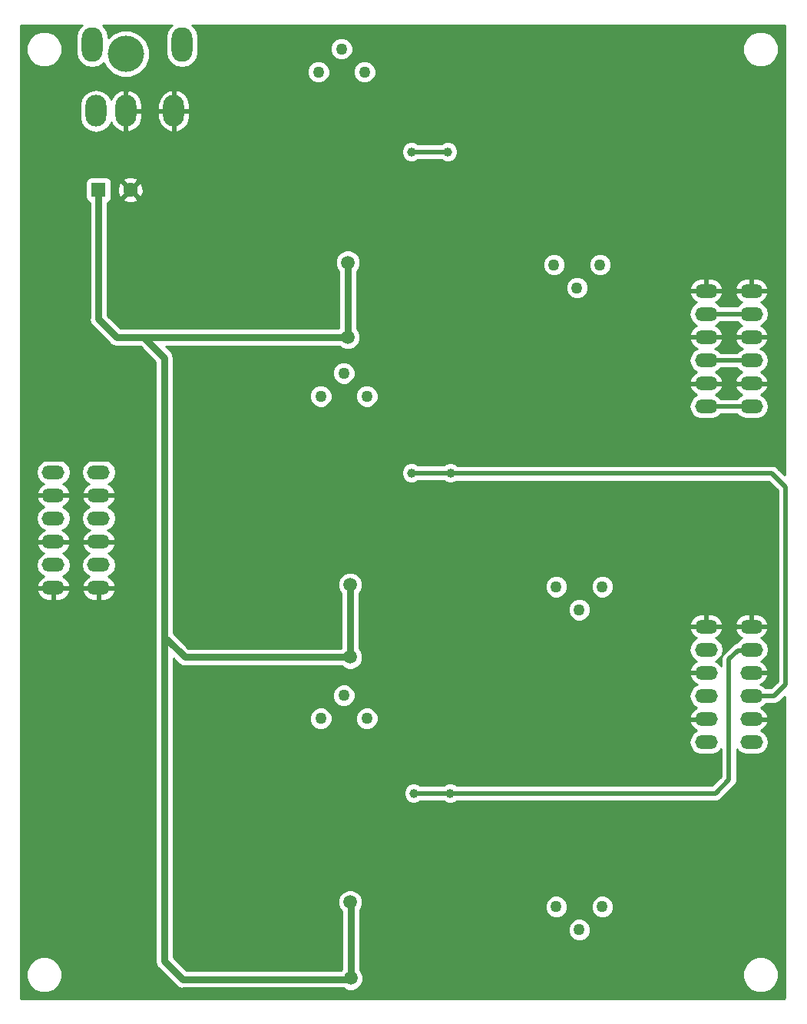
<source format=gbr>
G04 #@! TF.GenerationSoftware,KiCad,Pcbnew,(5.0.2)-1*
G04 #@! TF.CreationDate,2019-03-05T16:27:41-05:00*
G04 #@! TF.ProjectId,piezo_V2,7069657a-6f5f-4563-922e-6b696361645f,rev?*
G04 #@! TF.SameCoordinates,Original*
G04 #@! TF.FileFunction,Copper,L2,Bot*
G04 #@! TF.FilePolarity,Positive*
%FSLAX46Y46*%
G04 Gerber Fmt 4.6, Leading zero omitted, Abs format (unit mm)*
G04 Created by KiCad (PCBNEW (5.0.2)-1) date 3/5/2019 4:27:41 PM*
%MOMM*%
%LPD*%
G01*
G04 APERTURE LIST*
G04 #@! TA.AperFunction,ComponentPad*
%ADD10O,2.500000X1.500000*%
G04 #@! TD*
G04 #@! TA.AperFunction,ComponentPad*
%ADD11C,1.260000*%
G04 #@! TD*
G04 #@! TA.AperFunction,ComponentPad*
%ADD12R,1.600000X1.600000*%
G04 #@! TD*
G04 #@! TA.AperFunction,ComponentPad*
%ADD13C,1.600000*%
G04 #@! TD*
G04 #@! TA.AperFunction,ComponentPad*
%ADD14C,4.000000*%
G04 #@! TD*
G04 #@! TA.AperFunction,ComponentPad*
%ADD15O,2.300000X3.800000*%
G04 #@! TD*
G04 #@! TA.AperFunction,ComponentPad*
%ADD16O,2.300000X3.500000*%
G04 #@! TD*
G04 #@! TA.AperFunction,ViaPad*
%ADD17C,1.500000*%
G04 #@! TD*
G04 #@! TA.AperFunction,ViaPad*
%ADD18C,1.000000*%
G04 #@! TD*
G04 #@! TA.AperFunction,Conductor*
%ADD19C,0.750000*%
G04 #@! TD*
G04 #@! TA.AperFunction,Conductor*
%ADD20C,0.500000*%
G04 #@! TD*
G04 #@! TA.AperFunction,Conductor*
%ADD21C,0.250000*%
G04 #@! TD*
G04 APERTURE END LIST*
D10*
G04 #@! TO.P,J1,6*
G04 #@! TO.N,GND*
X182000000Y-67630000D03*
G04 #@! TO.P,J1,5*
G04 #@! TO.N,ch3_dout*
X182000000Y-70170000D03*
G04 #@! TO.P,J1,4*
G04 #@! TO.N,GND*
X182000000Y-72710000D03*
G04 #@! TO.P,J1,3*
G04 #@! TO.N,ch2_dout*
X182000000Y-75290000D03*
G04 #@! TO.P,J1,2*
G04 #@! TO.N,GND*
X182000000Y-77830000D03*
G04 #@! TO.P,J1,1*
G04 #@! TO.N,ch1_dout*
X182000000Y-80370000D03*
X187000000Y-80370000D03*
G04 #@! TO.P,J1,2*
G04 #@! TO.N,GND*
X187000000Y-77830000D03*
G04 #@! TO.P,J1,6*
X187000000Y-67630000D03*
G04 #@! TO.P,J1,5*
G04 #@! TO.N,ch3_dout*
X187000000Y-70170000D03*
G04 #@! TO.P,J1,4*
G04 #@! TO.N,GND*
X187000000Y-72710000D03*
G04 #@! TO.P,J1,3*
G04 #@! TO.N,ch2_dout*
X187000000Y-75290000D03*
G04 #@! TD*
G04 #@! TO.P,J3,6*
G04 #@! TO.N,GND*
X182000000Y-104630000D03*
G04 #@! TO.P,J3,5*
G04 #@! TO.N,ch3_aout*
X182000000Y-107170000D03*
G04 #@! TO.P,J3,4*
G04 #@! TO.N,GND*
X182000000Y-109710000D03*
G04 #@! TO.P,J3,3*
G04 #@! TO.N,ch2_aout*
X182000000Y-112290000D03*
G04 #@! TO.P,J3,2*
G04 #@! TO.N,GND*
X182000000Y-114830000D03*
G04 #@! TO.P,J3,1*
G04 #@! TO.N,ch1_aout*
X182000000Y-117370000D03*
X187000000Y-117370000D03*
G04 #@! TO.P,J3,2*
G04 #@! TO.N,GND*
X187000000Y-114830000D03*
G04 #@! TO.P,J3,6*
X187000000Y-104630000D03*
G04 #@! TO.P,J3,5*
G04 #@! TO.N,ch3_aout*
X187000000Y-107170000D03*
G04 #@! TO.P,J3,4*
G04 #@! TO.N,GND*
X187000000Y-109710000D03*
G04 #@! TO.P,J3,3*
G04 #@! TO.N,ch2_aout*
X187000000Y-112290000D03*
G04 #@! TD*
G04 #@! TO.P,J2,6*
G04 #@! TO.N,GND*
X115000000Y-100370000D03*
G04 #@! TO.P,J2,5*
G04 #@! TO.N,ch3*
X115000000Y-97830000D03*
G04 #@! TO.P,J2,4*
G04 #@! TO.N,GND*
X115000000Y-95290000D03*
G04 #@! TO.P,J2,3*
G04 #@! TO.N,ch2*
X115000000Y-92710000D03*
G04 #@! TO.P,J2,2*
G04 #@! TO.N,GND*
X115000000Y-90170000D03*
G04 #@! TO.P,J2,1*
G04 #@! TO.N,ch1*
X115000000Y-87630000D03*
X110000000Y-87630000D03*
G04 #@! TO.P,J2,2*
G04 #@! TO.N,GND*
X110000000Y-90170000D03*
G04 #@! TO.P,J2,6*
X110000000Y-100370000D03*
G04 #@! TO.P,J2,5*
G04 #@! TO.N,ch3*
X110000000Y-97830000D03*
G04 #@! TO.P,J2,4*
G04 #@! TO.N,GND*
X110000000Y-95290000D03*
G04 #@! TO.P,J2,3*
G04 #@! TO.N,ch2*
X110000000Y-92710000D03*
G04 #@! TD*
D11*
G04 #@! TO.P,RV4,1*
G04 #@! TO.N,Net-(R19-Pad1)*
X165460000Y-100250000D03*
G04 #@! TO.P,RV4,2*
G04 #@! TO.N,Net-(R20-Pad2)*
X168000000Y-102790000D03*
G04 #@! TO.P,RV4,3*
X170540000Y-100250000D03*
G04 #@! TD*
D12*
G04 #@! TO.P,C16,1*
G04 #@! TO.N,+5V*
X115000000Y-56500000D03*
D13*
G04 #@! TO.P,C16,2*
G04 #@! TO.N,GND*
X118500000Y-56500000D03*
G04 #@! TD*
D14*
G04 #@! TO.P,J4,*
G04 #@! TO.N,*
X118000000Y-41500000D03*
D15*
X124200000Y-40500000D03*
X114300000Y-40500000D03*
D16*
G04 #@! TO.P,J4,1*
G04 #@! TO.N,+5V*
X114700000Y-47800000D03*
G04 #@! TO.P,J4,3*
G04 #@! TO.N,GND*
X118000000Y-47800000D03*
G04 #@! TO.P,J4,2*
X123300000Y-47800000D03*
G04 #@! TD*
D11*
G04 #@! TO.P,RV1,3*
G04 #@! TO.N,Net-(R7-Pad1)*
X144330000Y-43500000D03*
G04 #@! TO.P,RV1,2*
X141790000Y-40960000D03*
G04 #@! TO.P,RV1,1*
G04 #@! TO.N,Net-(RV1-Pad1)*
X139250000Y-43500000D03*
G04 #@! TD*
G04 #@! TO.P,RV2,1*
G04 #@! TO.N,Net-(R9-Pad1)*
X165210000Y-64750000D03*
G04 #@! TO.P,RV2,2*
G04 #@! TO.N,Net-(R10-Pad2)*
X167750000Y-67290000D03*
G04 #@! TO.P,RV2,3*
X170290000Y-64750000D03*
G04 #@! TD*
G04 #@! TO.P,RV3,3*
G04 #@! TO.N,Net-(R17-Pad1)*
X144580000Y-79250000D03*
G04 #@! TO.P,RV3,2*
X142040000Y-76710000D03*
G04 #@! TO.P,RV3,1*
G04 #@! TO.N,Net-(RV3-Pad1)*
X139500000Y-79250000D03*
G04 #@! TD*
G04 #@! TO.P,RV5,3*
G04 #@! TO.N,Net-(R27-Pad1)*
X144580000Y-114750000D03*
G04 #@! TO.P,RV5,2*
X142040000Y-112210000D03*
G04 #@! TO.P,RV5,1*
G04 #@! TO.N,Net-(RV5-Pad1)*
X139500000Y-114750000D03*
G04 #@! TD*
G04 #@! TO.P,RV6,1*
G04 #@! TO.N,Net-(R29-Pad1)*
X165460000Y-135500000D03*
G04 #@! TO.P,RV6,2*
G04 #@! TO.N,Net-(R30-Pad2)*
X168000000Y-138040000D03*
G04 #@! TO.P,RV6,3*
X170540000Y-135500000D03*
G04 #@! TD*
D17*
G04 #@! TO.N,+5V*
X142800000Y-143400000D03*
X142750000Y-108000000D03*
X142500000Y-72750000D03*
X142750000Y-135000000D03*
X142750000Y-100000000D03*
X142500000Y-64500000D03*
D18*
G04 #@! TO.N,GND*
X176500000Y-125750000D03*
D17*
X176750000Y-90500000D03*
X155750000Y-134000000D03*
X155750000Y-98750000D03*
X176500000Y-55000000D03*
X155500000Y-63250000D03*
D18*
X165000000Y-120500000D03*
X143250000Y-121000000D03*
D17*
X138750000Y-135000000D03*
X126750000Y-137000000D03*
X130750000Y-114750000D03*
X131000000Y-79500000D03*
X130500000Y-43750000D03*
D18*
X143250000Y-85500000D03*
X165000000Y-85000000D03*
D17*
X138750000Y-100000000D03*
X126750000Y-101750000D03*
D18*
X164750000Y-49750000D03*
X143000000Y-50000000D03*
D17*
X138500000Y-64500000D03*
X126500000Y-66000000D03*
D18*
G04 #@! TO.N,ch2_aout*
X153800000Y-87700000D03*
X149500000Y-87700000D03*
G04 #@! TO.N,ch3_aout*
X153750000Y-123000000D03*
X149750000Y-123000000D03*
G04 #@! TO.N,ch1_aout*
X153500000Y-52300000D03*
X149500000Y-52300000D03*
G04 #@! TD*
D19*
G04 #@! TO.N,+5V*
X122250000Y-106000000D02*
X122250000Y-141500000D01*
X124250000Y-143500000D02*
X142700000Y-143500000D01*
X122250000Y-141500000D02*
X124250000Y-143500000D01*
X142700000Y-143500000D02*
X142800000Y-143400000D01*
X120000000Y-72750000D02*
X122250000Y-75000000D01*
X124500000Y-108000000D02*
X142750000Y-108000000D01*
X122500000Y-106000000D02*
X124500000Y-108000000D01*
X122250000Y-106000000D02*
X122500000Y-106000000D01*
X122250000Y-75000000D02*
X122250000Y-106000000D01*
X115000000Y-56500000D02*
X115000000Y-70750000D01*
X117000000Y-72750000D02*
X120000000Y-72750000D01*
X120000000Y-72750000D02*
X142500000Y-72750000D01*
X115000000Y-70750000D02*
X117000000Y-72750000D01*
X142800000Y-143400000D02*
X142800000Y-142800000D01*
X142800000Y-135050000D02*
X142750000Y-135000000D01*
X142800000Y-142800000D02*
X142800000Y-135050000D01*
X142750000Y-108000000D02*
X142750000Y-100000000D01*
X142500000Y-72750000D02*
X142500000Y-64500000D01*
D20*
G04 #@! TO.N,ch2_dout*
X182000000Y-75290000D02*
X187000000Y-75290000D01*
G04 #@! TO.N,ch3_dout*
X182000000Y-70170000D02*
X187000000Y-70170000D01*
G04 #@! TO.N,ch1_dout*
X182000000Y-80370000D02*
X187000000Y-80370000D01*
G04 #@! TO.N,ch2_aout*
X178000000Y-87750000D02*
X186000000Y-87750000D01*
X189500000Y-112250000D02*
X187040000Y-112250000D01*
X190750000Y-111000000D02*
X189500000Y-112250000D01*
X190750000Y-89250000D02*
X190750000Y-111000000D01*
X189250000Y-87750000D02*
X190750000Y-89250000D01*
X186000000Y-87750000D02*
X189250000Y-87750000D01*
X187040000Y-112250000D02*
X187000000Y-112290000D01*
X182000000Y-112290000D02*
X181960000Y-112250000D01*
X182000000Y-112290000D02*
X182040000Y-112250000D01*
X153850000Y-87750000D02*
X178000000Y-87750000D01*
X186960000Y-112250000D02*
X187000000Y-112290000D01*
X149500000Y-87700000D02*
X153800000Y-87700000D01*
G04 #@! TO.N,ch3_aout*
X153750000Y-123000000D02*
X179250000Y-123000000D01*
X185500000Y-107250000D02*
X186920000Y-107250000D01*
X184500000Y-108250000D02*
X185500000Y-107250000D01*
X184500000Y-108500000D02*
X184500000Y-108250000D01*
X184500000Y-121500000D02*
X184500000Y-108500000D01*
X183000000Y-123000000D02*
X184500000Y-121500000D01*
X179250000Y-123000000D02*
X183000000Y-123000000D01*
X186920000Y-107250000D02*
X187000000Y-107170000D01*
X153750000Y-123000000D02*
X149750000Y-123000000D01*
G04 #@! TO.N,ch1_aout*
X149500000Y-52300000D02*
X153500000Y-52300000D01*
G04 #@! TD*
D21*
G04 #@! TO.N,GND*
G36*
X113020298Y-38470297D02*
X112627988Y-39057429D01*
X112525000Y-39575179D01*
X112525000Y-41424820D01*
X112627987Y-41942570D01*
X113020297Y-42529703D01*
X113607429Y-42922013D01*
X114300000Y-43059774D01*
X114992570Y-42922013D01*
X115579703Y-42529703D01*
X115583119Y-42524590D01*
X115774632Y-42986943D01*
X116513057Y-43725368D01*
X117477855Y-44125000D01*
X118522145Y-44125000D01*
X119486943Y-43725368D01*
X119961946Y-43250365D01*
X137995000Y-43250365D01*
X137995000Y-43749635D01*
X138186062Y-44210900D01*
X138539100Y-44563938D01*
X139000365Y-44755000D01*
X139499635Y-44755000D01*
X139960900Y-44563938D01*
X140313938Y-44210900D01*
X140505000Y-43749635D01*
X140505000Y-43250365D01*
X143075000Y-43250365D01*
X143075000Y-43749635D01*
X143266062Y-44210900D01*
X143619100Y-44563938D01*
X144080365Y-44755000D01*
X144579635Y-44755000D01*
X145040900Y-44563938D01*
X145393938Y-44210900D01*
X145585000Y-43749635D01*
X145585000Y-43250365D01*
X145393938Y-42789100D01*
X145040900Y-42436062D01*
X144579635Y-42245000D01*
X144080365Y-42245000D01*
X143619100Y-42436062D01*
X143266062Y-42789100D01*
X143075000Y-43250365D01*
X140505000Y-43250365D01*
X140313938Y-42789100D01*
X139960900Y-42436062D01*
X139499635Y-42245000D01*
X139000365Y-42245000D01*
X138539100Y-42436062D01*
X138186062Y-42789100D01*
X137995000Y-43250365D01*
X119961946Y-43250365D01*
X120225368Y-42986943D01*
X120625000Y-42022145D01*
X120625000Y-40977855D01*
X120225368Y-40013057D01*
X119486943Y-39274632D01*
X118522145Y-38875000D01*
X117477855Y-38875000D01*
X116513057Y-39274632D01*
X116075000Y-39712689D01*
X116075000Y-39575179D01*
X115972013Y-39057429D01*
X115579703Y-38470297D01*
X115437081Y-38375000D01*
X123062920Y-38375000D01*
X122920298Y-38470297D01*
X122527988Y-39057429D01*
X122425000Y-39575179D01*
X122425000Y-41424820D01*
X122527987Y-41942570D01*
X122920297Y-42529703D01*
X123507429Y-42922013D01*
X124200000Y-43059774D01*
X124892570Y-42922013D01*
X125479703Y-42529703D01*
X125872013Y-41942571D01*
X125975000Y-41424821D01*
X125975000Y-40710365D01*
X140535000Y-40710365D01*
X140535000Y-41209635D01*
X140726062Y-41670900D01*
X141079100Y-42023938D01*
X141540365Y-42215000D01*
X142039635Y-42215000D01*
X142500900Y-42023938D01*
X142853938Y-41670900D01*
X143045000Y-41209635D01*
X143045000Y-40710365D01*
X143002247Y-40607148D01*
X186025000Y-40607148D01*
X186025000Y-41392852D01*
X186325675Y-42118748D01*
X186881252Y-42674325D01*
X187607148Y-42975000D01*
X188392852Y-42975000D01*
X189118748Y-42674325D01*
X189674325Y-42118748D01*
X189975000Y-41392852D01*
X189975000Y-40607148D01*
X189674325Y-39881252D01*
X189118748Y-39325675D01*
X188392852Y-39025000D01*
X187607148Y-39025000D01*
X186881252Y-39325675D01*
X186325675Y-39881252D01*
X186025000Y-40607148D01*
X143002247Y-40607148D01*
X142853938Y-40249100D01*
X142500900Y-39896062D01*
X142039635Y-39705000D01*
X141540365Y-39705000D01*
X141079100Y-39896062D01*
X140726062Y-40249100D01*
X140535000Y-40710365D01*
X125975000Y-40710365D01*
X125975000Y-39575179D01*
X125872013Y-39057429D01*
X125479703Y-38470297D01*
X125337081Y-38375000D01*
X190600978Y-38375000D01*
X190625000Y-38400358D01*
X190625000Y-87887564D01*
X189929659Y-87192223D01*
X189880840Y-87119160D01*
X189591408Y-86925768D01*
X189336179Y-86875000D01*
X189336178Y-86875000D01*
X189250000Y-86857858D01*
X189163822Y-86875000D01*
X154565990Y-86875000D01*
X154437261Y-86746271D01*
X154023776Y-86575000D01*
X153576224Y-86575000D01*
X153162739Y-86746271D01*
X153084010Y-86825000D01*
X150215990Y-86825000D01*
X150137261Y-86746271D01*
X149723776Y-86575000D01*
X149276224Y-86575000D01*
X148862739Y-86746271D01*
X148546271Y-87062739D01*
X148375000Y-87476224D01*
X148375000Y-87923776D01*
X148546271Y-88337261D01*
X148862739Y-88653729D01*
X149276224Y-88825000D01*
X149723776Y-88825000D01*
X150137261Y-88653729D01*
X150215990Y-88575000D01*
X153084010Y-88575000D01*
X153162739Y-88653729D01*
X153576224Y-88825000D01*
X154023776Y-88825000D01*
X154437261Y-88653729D01*
X154465990Y-88625000D01*
X188887564Y-88625000D01*
X189875000Y-89612436D01*
X189875001Y-110637562D01*
X189137564Y-111375000D01*
X188542314Y-111375000D01*
X188491319Y-111298681D01*
X188036498Y-110994779D01*
X187973276Y-110982203D01*
X188141675Y-110932499D01*
X188560661Y-110593883D01*
X188818170Y-110120704D01*
X188832893Y-110047668D01*
X188712323Y-109835000D01*
X187125000Y-109835000D01*
X187125000Y-109855000D01*
X186875000Y-109855000D01*
X186875000Y-109835000D01*
X186855000Y-109835000D01*
X186855000Y-109585000D01*
X186875000Y-109585000D01*
X186875000Y-109565000D01*
X187125000Y-109565000D01*
X187125000Y-109585000D01*
X188712323Y-109585000D01*
X188832893Y-109372332D01*
X188818170Y-109299296D01*
X188560661Y-108826117D01*
X188141675Y-108487501D01*
X188045595Y-108459142D01*
X188491319Y-108161319D01*
X188795221Y-107706498D01*
X188901937Y-107170000D01*
X188795221Y-106633502D01*
X188491319Y-106178681D01*
X188045595Y-105880858D01*
X188141675Y-105852499D01*
X188560661Y-105513883D01*
X188818170Y-105040704D01*
X188832893Y-104967668D01*
X188712323Y-104755000D01*
X187125000Y-104755000D01*
X187125000Y-104775000D01*
X186875000Y-104775000D01*
X186875000Y-104755000D01*
X185287677Y-104755000D01*
X185167107Y-104967668D01*
X185181830Y-105040704D01*
X185439339Y-105513883D01*
X185858325Y-105852499D01*
X185954405Y-105880858D01*
X185508681Y-106178681D01*
X185371938Y-106383331D01*
X185158592Y-106425768D01*
X184869160Y-106619160D01*
X184820343Y-106692220D01*
X183942222Y-107570342D01*
X183869160Y-107619160D01*
X183675768Y-107908592D01*
X183626040Y-108158592D01*
X183607858Y-108250000D01*
X183625000Y-108336178D01*
X183625000Y-108586178D01*
X183625001Y-108586183D01*
X183625001Y-108944343D01*
X183560661Y-108826117D01*
X183141675Y-108487501D01*
X183045595Y-108459142D01*
X183491319Y-108161319D01*
X183795221Y-107706498D01*
X183901937Y-107170000D01*
X183795221Y-106633502D01*
X183491319Y-106178681D01*
X183045595Y-105880858D01*
X183141675Y-105852499D01*
X183560661Y-105513883D01*
X183818170Y-105040704D01*
X183832893Y-104967668D01*
X183712323Y-104755000D01*
X182125000Y-104755000D01*
X182125000Y-104775000D01*
X181875000Y-104775000D01*
X181875000Y-104755000D01*
X180287677Y-104755000D01*
X180167107Y-104967668D01*
X180181830Y-105040704D01*
X180439339Y-105513883D01*
X180858325Y-105852499D01*
X180954405Y-105880858D01*
X180508681Y-106178681D01*
X180204779Y-106633502D01*
X180098063Y-107170000D01*
X180204779Y-107706498D01*
X180508681Y-108161319D01*
X180954405Y-108459142D01*
X180858325Y-108487501D01*
X180439339Y-108826117D01*
X180181830Y-109299296D01*
X180167107Y-109372332D01*
X180287677Y-109585000D01*
X181875000Y-109585000D01*
X181875000Y-109565000D01*
X182125000Y-109565000D01*
X182125000Y-109585000D01*
X182145000Y-109585000D01*
X182145000Y-109835000D01*
X182125000Y-109835000D01*
X182125000Y-109855000D01*
X181875000Y-109855000D01*
X181875000Y-109835000D01*
X180287677Y-109835000D01*
X180167107Y-110047668D01*
X180181830Y-110120704D01*
X180439339Y-110593883D01*
X180858325Y-110932499D01*
X181026724Y-110982203D01*
X180963502Y-110994779D01*
X180508681Y-111298681D01*
X180204779Y-111753502D01*
X180098063Y-112290000D01*
X180204779Y-112826498D01*
X180508681Y-113281319D01*
X180954405Y-113579142D01*
X180858325Y-113607501D01*
X180439339Y-113946117D01*
X180181830Y-114419296D01*
X180167107Y-114492332D01*
X180287677Y-114705000D01*
X181875000Y-114705000D01*
X181875000Y-114685000D01*
X182125000Y-114685000D01*
X182125000Y-114705000D01*
X182145000Y-114705000D01*
X182145000Y-114955000D01*
X182125000Y-114955000D01*
X182125000Y-114975000D01*
X181875000Y-114975000D01*
X181875000Y-114955000D01*
X180287677Y-114955000D01*
X180167107Y-115167668D01*
X180181830Y-115240704D01*
X180439339Y-115713883D01*
X180858325Y-116052499D01*
X180954405Y-116080858D01*
X180508681Y-116378681D01*
X180204779Y-116833502D01*
X180098063Y-117370000D01*
X180204779Y-117906498D01*
X180508681Y-118361319D01*
X180963502Y-118665221D01*
X181364578Y-118745000D01*
X182635422Y-118745000D01*
X183036498Y-118665221D01*
X183491319Y-118361319D01*
X183625000Y-118161251D01*
X183625000Y-121137564D01*
X182637564Y-122125000D01*
X154465990Y-122125000D01*
X154387261Y-122046271D01*
X153973776Y-121875000D01*
X153526224Y-121875000D01*
X153112739Y-122046271D01*
X153034010Y-122125000D01*
X150465990Y-122125000D01*
X150387261Y-122046271D01*
X149973776Y-121875000D01*
X149526224Y-121875000D01*
X149112739Y-122046271D01*
X148796271Y-122362739D01*
X148625000Y-122776224D01*
X148625000Y-123223776D01*
X148796271Y-123637261D01*
X149112739Y-123953729D01*
X149526224Y-124125000D01*
X149973776Y-124125000D01*
X150387261Y-123953729D01*
X150465990Y-123875000D01*
X153034010Y-123875000D01*
X153112739Y-123953729D01*
X153526224Y-124125000D01*
X153973776Y-124125000D01*
X154387261Y-123953729D01*
X154465990Y-123875000D01*
X182913822Y-123875000D01*
X183000000Y-123892142D01*
X183086178Y-123875000D01*
X183086179Y-123875000D01*
X183341408Y-123824232D01*
X183630840Y-123630840D01*
X183679659Y-123557777D01*
X185057777Y-122179659D01*
X185130840Y-122130840D01*
X185324232Y-121841408D01*
X185375000Y-121586179D01*
X185375000Y-121586178D01*
X185392142Y-121500001D01*
X185375000Y-121413823D01*
X185375000Y-118161251D01*
X185508681Y-118361319D01*
X185963502Y-118665221D01*
X186364578Y-118745000D01*
X187635422Y-118745000D01*
X188036498Y-118665221D01*
X188491319Y-118361319D01*
X188795221Y-117906498D01*
X188901937Y-117370000D01*
X188795221Y-116833502D01*
X188491319Y-116378681D01*
X188045595Y-116080858D01*
X188141675Y-116052499D01*
X188560661Y-115713883D01*
X188818170Y-115240704D01*
X188832893Y-115167668D01*
X188712323Y-114955000D01*
X187125000Y-114955000D01*
X187125000Y-114975000D01*
X186875000Y-114975000D01*
X186875000Y-114955000D01*
X186855000Y-114955000D01*
X186855000Y-114705000D01*
X186875000Y-114705000D01*
X186875000Y-114685000D01*
X187125000Y-114685000D01*
X187125000Y-114705000D01*
X188712323Y-114705000D01*
X188832893Y-114492332D01*
X188818170Y-114419296D01*
X188560661Y-113946117D01*
X188141675Y-113607501D01*
X188045595Y-113579142D01*
X188491319Y-113281319D01*
X188595768Y-113125000D01*
X189413822Y-113125000D01*
X189500000Y-113142142D01*
X189586178Y-113125000D01*
X189586179Y-113125000D01*
X189841408Y-113074232D01*
X190130840Y-112880840D01*
X190179659Y-112807777D01*
X190625000Y-112362436D01*
X190625000Y-145600977D01*
X190599641Y-145625000D01*
X106399023Y-145625000D01*
X106375000Y-145599641D01*
X106375000Y-142607148D01*
X107025000Y-142607148D01*
X107025000Y-143392852D01*
X107325675Y-144118748D01*
X107881252Y-144674325D01*
X108607148Y-144975000D01*
X109392852Y-144975000D01*
X110118748Y-144674325D01*
X110674325Y-144118748D01*
X110975000Y-143392852D01*
X110975000Y-142607148D01*
X110674325Y-141881252D01*
X110118748Y-141325675D01*
X109392852Y-141025000D01*
X108607148Y-141025000D01*
X107881252Y-141325675D01*
X107325675Y-141881252D01*
X107025000Y-142607148D01*
X106375000Y-142607148D01*
X106375000Y-100707668D01*
X108167107Y-100707668D01*
X108181830Y-100780704D01*
X108439339Y-101253883D01*
X108858325Y-101592499D01*
X109375000Y-101745000D01*
X109875000Y-101745000D01*
X109875000Y-100495000D01*
X110125000Y-100495000D01*
X110125000Y-101745000D01*
X110625000Y-101745000D01*
X111141675Y-101592499D01*
X111560661Y-101253883D01*
X111818170Y-100780704D01*
X111832893Y-100707668D01*
X113167107Y-100707668D01*
X113181830Y-100780704D01*
X113439339Y-101253883D01*
X113858325Y-101592499D01*
X114375000Y-101745000D01*
X114875000Y-101745000D01*
X114875000Y-100495000D01*
X115125000Y-100495000D01*
X115125000Y-101745000D01*
X115625000Y-101745000D01*
X116141675Y-101592499D01*
X116560661Y-101253883D01*
X116818170Y-100780704D01*
X116832893Y-100707668D01*
X116712323Y-100495000D01*
X115125000Y-100495000D01*
X114875000Y-100495000D01*
X113287677Y-100495000D01*
X113167107Y-100707668D01*
X111832893Y-100707668D01*
X111712323Y-100495000D01*
X110125000Y-100495000D01*
X109875000Y-100495000D01*
X108287677Y-100495000D01*
X108167107Y-100707668D01*
X106375000Y-100707668D01*
X106375000Y-97830000D01*
X108098063Y-97830000D01*
X108204779Y-98366498D01*
X108508681Y-98821319D01*
X108954405Y-99119142D01*
X108858325Y-99147501D01*
X108439339Y-99486117D01*
X108181830Y-99959296D01*
X108167107Y-100032332D01*
X108287677Y-100245000D01*
X109875000Y-100245000D01*
X109875000Y-100225000D01*
X110125000Y-100225000D01*
X110125000Y-100245000D01*
X111712323Y-100245000D01*
X111832893Y-100032332D01*
X111818170Y-99959296D01*
X111560661Y-99486117D01*
X111141675Y-99147501D01*
X111045595Y-99119142D01*
X111491319Y-98821319D01*
X111795221Y-98366498D01*
X111901937Y-97830000D01*
X113098063Y-97830000D01*
X113204779Y-98366498D01*
X113508681Y-98821319D01*
X113954405Y-99119142D01*
X113858325Y-99147501D01*
X113439339Y-99486117D01*
X113181830Y-99959296D01*
X113167107Y-100032332D01*
X113287677Y-100245000D01*
X114875000Y-100245000D01*
X114875000Y-100225000D01*
X115125000Y-100225000D01*
X115125000Y-100245000D01*
X116712323Y-100245000D01*
X116832893Y-100032332D01*
X116818170Y-99959296D01*
X116560661Y-99486117D01*
X116141675Y-99147501D01*
X116045595Y-99119142D01*
X116491319Y-98821319D01*
X116795221Y-98366498D01*
X116901937Y-97830000D01*
X116795221Y-97293502D01*
X116491319Y-96838681D01*
X116045595Y-96540858D01*
X116141675Y-96512499D01*
X116560661Y-96173883D01*
X116818170Y-95700704D01*
X116832893Y-95627668D01*
X116712323Y-95415000D01*
X115125000Y-95415000D01*
X115125000Y-95435000D01*
X114875000Y-95435000D01*
X114875000Y-95415000D01*
X113287677Y-95415000D01*
X113167107Y-95627668D01*
X113181830Y-95700704D01*
X113439339Y-96173883D01*
X113858325Y-96512499D01*
X113954405Y-96540858D01*
X113508681Y-96838681D01*
X113204779Y-97293502D01*
X113098063Y-97830000D01*
X111901937Y-97830000D01*
X111795221Y-97293502D01*
X111491319Y-96838681D01*
X111045595Y-96540858D01*
X111141675Y-96512499D01*
X111560661Y-96173883D01*
X111818170Y-95700704D01*
X111832893Y-95627668D01*
X111712323Y-95415000D01*
X110125000Y-95415000D01*
X110125000Y-95435000D01*
X109875000Y-95435000D01*
X109875000Y-95415000D01*
X108287677Y-95415000D01*
X108167107Y-95627668D01*
X108181830Y-95700704D01*
X108439339Y-96173883D01*
X108858325Y-96512499D01*
X108954405Y-96540858D01*
X108508681Y-96838681D01*
X108204779Y-97293502D01*
X108098063Y-97830000D01*
X106375000Y-97830000D01*
X106375000Y-92710000D01*
X108098063Y-92710000D01*
X108204779Y-93246498D01*
X108508681Y-93701319D01*
X108963502Y-94005221D01*
X109026724Y-94017797D01*
X108858325Y-94067501D01*
X108439339Y-94406117D01*
X108181830Y-94879296D01*
X108167107Y-94952332D01*
X108287677Y-95165000D01*
X109875000Y-95165000D01*
X109875000Y-95145000D01*
X110125000Y-95145000D01*
X110125000Y-95165000D01*
X111712323Y-95165000D01*
X111832893Y-94952332D01*
X111818170Y-94879296D01*
X111560661Y-94406117D01*
X111141675Y-94067501D01*
X110973276Y-94017797D01*
X111036498Y-94005221D01*
X111491319Y-93701319D01*
X111795221Y-93246498D01*
X111901937Y-92710000D01*
X113098063Y-92710000D01*
X113204779Y-93246498D01*
X113508681Y-93701319D01*
X113963502Y-94005221D01*
X114026724Y-94017797D01*
X113858325Y-94067501D01*
X113439339Y-94406117D01*
X113181830Y-94879296D01*
X113167107Y-94952332D01*
X113287677Y-95165000D01*
X114875000Y-95165000D01*
X114875000Y-95145000D01*
X115125000Y-95145000D01*
X115125000Y-95165000D01*
X116712323Y-95165000D01*
X116832893Y-94952332D01*
X116818170Y-94879296D01*
X116560661Y-94406117D01*
X116141675Y-94067501D01*
X115973276Y-94017797D01*
X116036498Y-94005221D01*
X116491319Y-93701319D01*
X116795221Y-93246498D01*
X116901937Y-92710000D01*
X116795221Y-92173502D01*
X116491319Y-91718681D01*
X116045595Y-91420858D01*
X116141675Y-91392499D01*
X116560661Y-91053883D01*
X116818170Y-90580704D01*
X116832893Y-90507668D01*
X116712323Y-90295000D01*
X115125000Y-90295000D01*
X115125000Y-90315000D01*
X114875000Y-90315000D01*
X114875000Y-90295000D01*
X113287677Y-90295000D01*
X113167107Y-90507668D01*
X113181830Y-90580704D01*
X113439339Y-91053883D01*
X113858325Y-91392499D01*
X113954405Y-91420858D01*
X113508681Y-91718681D01*
X113204779Y-92173502D01*
X113098063Y-92710000D01*
X111901937Y-92710000D01*
X111795221Y-92173502D01*
X111491319Y-91718681D01*
X111045595Y-91420858D01*
X111141675Y-91392499D01*
X111560661Y-91053883D01*
X111818170Y-90580704D01*
X111832893Y-90507668D01*
X111712323Y-90295000D01*
X110125000Y-90295000D01*
X110125000Y-90315000D01*
X109875000Y-90315000D01*
X109875000Y-90295000D01*
X108287677Y-90295000D01*
X108167107Y-90507668D01*
X108181830Y-90580704D01*
X108439339Y-91053883D01*
X108858325Y-91392499D01*
X108954405Y-91420858D01*
X108508681Y-91718681D01*
X108204779Y-92173502D01*
X108098063Y-92710000D01*
X106375000Y-92710000D01*
X106375000Y-87630000D01*
X108098063Y-87630000D01*
X108204779Y-88166498D01*
X108508681Y-88621319D01*
X108954405Y-88919142D01*
X108858325Y-88947501D01*
X108439339Y-89286117D01*
X108181830Y-89759296D01*
X108167107Y-89832332D01*
X108287677Y-90045000D01*
X109875000Y-90045000D01*
X109875000Y-90025000D01*
X110125000Y-90025000D01*
X110125000Y-90045000D01*
X111712323Y-90045000D01*
X111832893Y-89832332D01*
X111818170Y-89759296D01*
X111560661Y-89286117D01*
X111141675Y-88947501D01*
X111045595Y-88919142D01*
X111491319Y-88621319D01*
X111795221Y-88166498D01*
X111901937Y-87630000D01*
X113098063Y-87630000D01*
X113204779Y-88166498D01*
X113508681Y-88621319D01*
X113954405Y-88919142D01*
X113858325Y-88947501D01*
X113439339Y-89286117D01*
X113181830Y-89759296D01*
X113167107Y-89832332D01*
X113287677Y-90045000D01*
X114875000Y-90045000D01*
X114875000Y-90025000D01*
X115125000Y-90025000D01*
X115125000Y-90045000D01*
X116712323Y-90045000D01*
X116832893Y-89832332D01*
X116818170Y-89759296D01*
X116560661Y-89286117D01*
X116141675Y-88947501D01*
X116045595Y-88919142D01*
X116491319Y-88621319D01*
X116795221Y-88166498D01*
X116901937Y-87630000D01*
X116795221Y-87093502D01*
X116491319Y-86638681D01*
X116036498Y-86334779D01*
X115635422Y-86255000D01*
X114364578Y-86255000D01*
X113963502Y-86334779D01*
X113508681Y-86638681D01*
X113204779Y-87093502D01*
X113098063Y-87630000D01*
X111901937Y-87630000D01*
X111795221Y-87093502D01*
X111491319Y-86638681D01*
X111036498Y-86334779D01*
X110635422Y-86255000D01*
X109364578Y-86255000D01*
X108963502Y-86334779D01*
X108508681Y-86638681D01*
X108204779Y-87093502D01*
X108098063Y-87630000D01*
X106375000Y-87630000D01*
X106375000Y-55700000D01*
X113562756Y-55700000D01*
X113562756Y-57300000D01*
X113611263Y-57543863D01*
X113749400Y-57750600D01*
X113956137Y-57888737D01*
X114000000Y-57897462D01*
X114000001Y-70651505D01*
X113980409Y-70750000D01*
X114058021Y-71140180D01*
X114058022Y-71140181D01*
X114279041Y-71470960D01*
X114362540Y-71526752D01*
X116223247Y-73387460D01*
X116279040Y-73470960D01*
X116609819Y-73691979D01*
X116999999Y-73769591D01*
X117098489Y-73750000D01*
X119585788Y-73750000D01*
X121250000Y-75414214D01*
X121250001Y-105901505D01*
X121230409Y-106000000D01*
X121250000Y-106098490D01*
X121250001Y-141401505D01*
X121230409Y-141500000D01*
X121308021Y-141890180D01*
X121308022Y-141890181D01*
X121529041Y-142220960D01*
X121612540Y-142276752D01*
X123473247Y-144137460D01*
X123529040Y-144220960D01*
X123826313Y-144419591D01*
X123859819Y-144441979D01*
X124249999Y-144519591D01*
X124348489Y-144500000D01*
X141955456Y-144500000D01*
X142021125Y-144565669D01*
X142526495Y-144775000D01*
X143073505Y-144775000D01*
X143578875Y-144565669D01*
X143965669Y-144178875D01*
X144175000Y-143673505D01*
X144175000Y-143126495D01*
X143965669Y-142621125D01*
X143951692Y-142607148D01*
X186025000Y-142607148D01*
X186025000Y-143392852D01*
X186325675Y-144118748D01*
X186881252Y-144674325D01*
X187607148Y-144975000D01*
X188392852Y-144975000D01*
X189118748Y-144674325D01*
X189674325Y-144118748D01*
X189975000Y-143392852D01*
X189975000Y-142607148D01*
X189674325Y-141881252D01*
X189118748Y-141325675D01*
X188392852Y-141025000D01*
X187607148Y-141025000D01*
X186881252Y-141325675D01*
X186325675Y-141881252D01*
X186025000Y-142607148D01*
X143951692Y-142607148D01*
X143800000Y-142455456D01*
X143800000Y-137790365D01*
X166745000Y-137790365D01*
X166745000Y-138289635D01*
X166936062Y-138750900D01*
X167289100Y-139103938D01*
X167750365Y-139295000D01*
X168249635Y-139295000D01*
X168710900Y-139103938D01*
X169063938Y-138750900D01*
X169255000Y-138289635D01*
X169255000Y-137790365D01*
X169063938Y-137329100D01*
X168710900Y-136976062D01*
X168249635Y-136785000D01*
X167750365Y-136785000D01*
X167289100Y-136976062D01*
X166936062Y-137329100D01*
X166745000Y-137790365D01*
X143800000Y-137790365D01*
X143800000Y-135894544D01*
X143915669Y-135778875D01*
X144125000Y-135273505D01*
X144125000Y-135250365D01*
X164205000Y-135250365D01*
X164205000Y-135749635D01*
X164396062Y-136210900D01*
X164749100Y-136563938D01*
X165210365Y-136755000D01*
X165709635Y-136755000D01*
X166170900Y-136563938D01*
X166523938Y-136210900D01*
X166715000Y-135749635D01*
X166715000Y-135250365D01*
X169285000Y-135250365D01*
X169285000Y-135749635D01*
X169476062Y-136210900D01*
X169829100Y-136563938D01*
X170290365Y-136755000D01*
X170789635Y-136755000D01*
X171250900Y-136563938D01*
X171603938Y-136210900D01*
X171795000Y-135749635D01*
X171795000Y-135250365D01*
X171603938Y-134789100D01*
X171250900Y-134436062D01*
X170789635Y-134245000D01*
X170290365Y-134245000D01*
X169829100Y-134436062D01*
X169476062Y-134789100D01*
X169285000Y-135250365D01*
X166715000Y-135250365D01*
X166523938Y-134789100D01*
X166170900Y-134436062D01*
X165709635Y-134245000D01*
X165210365Y-134245000D01*
X164749100Y-134436062D01*
X164396062Y-134789100D01*
X164205000Y-135250365D01*
X144125000Y-135250365D01*
X144125000Y-134726495D01*
X143915669Y-134221125D01*
X143528875Y-133834331D01*
X143023505Y-133625000D01*
X142476495Y-133625000D01*
X141971125Y-133834331D01*
X141584331Y-134221125D01*
X141375000Y-134726495D01*
X141375000Y-135273505D01*
X141584331Y-135778875D01*
X141800001Y-135994545D01*
X141800000Y-142455456D01*
X141755456Y-142500000D01*
X124664213Y-142500000D01*
X123250000Y-141085788D01*
X123250000Y-114500365D01*
X138245000Y-114500365D01*
X138245000Y-114999635D01*
X138436062Y-115460900D01*
X138789100Y-115813938D01*
X139250365Y-116005000D01*
X139749635Y-116005000D01*
X140210900Y-115813938D01*
X140563938Y-115460900D01*
X140755000Y-114999635D01*
X140755000Y-114500365D01*
X143325000Y-114500365D01*
X143325000Y-114999635D01*
X143516062Y-115460900D01*
X143869100Y-115813938D01*
X144330365Y-116005000D01*
X144829635Y-116005000D01*
X145290900Y-115813938D01*
X145643938Y-115460900D01*
X145835000Y-114999635D01*
X145835000Y-114500365D01*
X145643938Y-114039100D01*
X145290900Y-113686062D01*
X144829635Y-113495000D01*
X144330365Y-113495000D01*
X143869100Y-113686062D01*
X143516062Y-114039100D01*
X143325000Y-114500365D01*
X140755000Y-114500365D01*
X140563938Y-114039100D01*
X140210900Y-113686062D01*
X139749635Y-113495000D01*
X139250365Y-113495000D01*
X138789100Y-113686062D01*
X138436062Y-114039100D01*
X138245000Y-114500365D01*
X123250000Y-114500365D01*
X123250000Y-111960365D01*
X140785000Y-111960365D01*
X140785000Y-112459635D01*
X140976062Y-112920900D01*
X141329100Y-113273938D01*
X141790365Y-113465000D01*
X142289635Y-113465000D01*
X142750900Y-113273938D01*
X143103938Y-112920900D01*
X143295000Y-112459635D01*
X143295000Y-111960365D01*
X143103938Y-111499100D01*
X142750900Y-111146062D01*
X142289635Y-110955000D01*
X141790365Y-110955000D01*
X141329100Y-111146062D01*
X140976062Y-111499100D01*
X140785000Y-111960365D01*
X123250000Y-111960365D01*
X123250000Y-108164213D01*
X123723247Y-108637460D01*
X123779040Y-108720960D01*
X124091376Y-108929656D01*
X124109819Y-108941979D01*
X124499999Y-109019591D01*
X124598489Y-109000000D01*
X141805456Y-109000000D01*
X141971125Y-109165669D01*
X142476495Y-109375000D01*
X143023505Y-109375000D01*
X143528875Y-109165669D01*
X143915669Y-108778875D01*
X144125000Y-108273505D01*
X144125000Y-107726495D01*
X143915669Y-107221125D01*
X143750000Y-107055456D01*
X143750000Y-104292332D01*
X180167107Y-104292332D01*
X180287677Y-104505000D01*
X181875000Y-104505000D01*
X181875000Y-103255000D01*
X182125000Y-103255000D01*
X182125000Y-104505000D01*
X183712323Y-104505000D01*
X183832893Y-104292332D01*
X185167107Y-104292332D01*
X185287677Y-104505000D01*
X186875000Y-104505000D01*
X186875000Y-103255000D01*
X187125000Y-103255000D01*
X187125000Y-104505000D01*
X188712323Y-104505000D01*
X188832893Y-104292332D01*
X188818170Y-104219296D01*
X188560661Y-103746117D01*
X188141675Y-103407501D01*
X187625000Y-103255000D01*
X187125000Y-103255000D01*
X186875000Y-103255000D01*
X186375000Y-103255000D01*
X185858325Y-103407501D01*
X185439339Y-103746117D01*
X185181830Y-104219296D01*
X185167107Y-104292332D01*
X183832893Y-104292332D01*
X183818170Y-104219296D01*
X183560661Y-103746117D01*
X183141675Y-103407501D01*
X182625000Y-103255000D01*
X182125000Y-103255000D01*
X181875000Y-103255000D01*
X181375000Y-103255000D01*
X180858325Y-103407501D01*
X180439339Y-103746117D01*
X180181830Y-104219296D01*
X180167107Y-104292332D01*
X143750000Y-104292332D01*
X143750000Y-102540365D01*
X166745000Y-102540365D01*
X166745000Y-103039635D01*
X166936062Y-103500900D01*
X167289100Y-103853938D01*
X167750365Y-104045000D01*
X168249635Y-104045000D01*
X168710900Y-103853938D01*
X169063938Y-103500900D01*
X169255000Y-103039635D01*
X169255000Y-102540365D01*
X169063938Y-102079100D01*
X168710900Y-101726062D01*
X168249635Y-101535000D01*
X167750365Y-101535000D01*
X167289100Y-101726062D01*
X166936062Y-102079100D01*
X166745000Y-102540365D01*
X143750000Y-102540365D01*
X143750000Y-100944544D01*
X143915669Y-100778875D01*
X144125000Y-100273505D01*
X144125000Y-100000365D01*
X164205000Y-100000365D01*
X164205000Y-100499635D01*
X164396062Y-100960900D01*
X164749100Y-101313938D01*
X165210365Y-101505000D01*
X165709635Y-101505000D01*
X166170900Y-101313938D01*
X166523938Y-100960900D01*
X166715000Y-100499635D01*
X166715000Y-100000365D01*
X169285000Y-100000365D01*
X169285000Y-100499635D01*
X169476062Y-100960900D01*
X169829100Y-101313938D01*
X170290365Y-101505000D01*
X170789635Y-101505000D01*
X171250900Y-101313938D01*
X171603938Y-100960900D01*
X171795000Y-100499635D01*
X171795000Y-100000365D01*
X171603938Y-99539100D01*
X171250900Y-99186062D01*
X170789635Y-98995000D01*
X170290365Y-98995000D01*
X169829100Y-99186062D01*
X169476062Y-99539100D01*
X169285000Y-100000365D01*
X166715000Y-100000365D01*
X166523938Y-99539100D01*
X166170900Y-99186062D01*
X165709635Y-98995000D01*
X165210365Y-98995000D01*
X164749100Y-99186062D01*
X164396062Y-99539100D01*
X164205000Y-100000365D01*
X144125000Y-100000365D01*
X144125000Y-99726495D01*
X143915669Y-99221125D01*
X143528875Y-98834331D01*
X143023505Y-98625000D01*
X142476495Y-98625000D01*
X141971125Y-98834331D01*
X141584331Y-99221125D01*
X141375000Y-99726495D01*
X141375000Y-100273505D01*
X141584331Y-100778875D01*
X141750001Y-100944545D01*
X141750000Y-107000000D01*
X124914213Y-107000000D01*
X123276754Y-105362542D01*
X123250000Y-105322502D01*
X123250000Y-79000365D01*
X138245000Y-79000365D01*
X138245000Y-79499635D01*
X138436062Y-79960900D01*
X138789100Y-80313938D01*
X139250365Y-80505000D01*
X139749635Y-80505000D01*
X140210900Y-80313938D01*
X140563938Y-79960900D01*
X140755000Y-79499635D01*
X140755000Y-79000365D01*
X143325000Y-79000365D01*
X143325000Y-79499635D01*
X143516062Y-79960900D01*
X143869100Y-80313938D01*
X144330365Y-80505000D01*
X144829635Y-80505000D01*
X145155554Y-80370000D01*
X180098063Y-80370000D01*
X180204779Y-80906498D01*
X180508681Y-81361319D01*
X180963502Y-81665221D01*
X181364578Y-81745000D01*
X182635422Y-81745000D01*
X183036498Y-81665221D01*
X183491319Y-81361319D01*
X183569041Y-81245000D01*
X185430959Y-81245000D01*
X185508681Y-81361319D01*
X185963502Y-81665221D01*
X186364578Y-81745000D01*
X187635422Y-81745000D01*
X188036498Y-81665221D01*
X188491319Y-81361319D01*
X188795221Y-80906498D01*
X188901937Y-80370000D01*
X188795221Y-79833502D01*
X188491319Y-79378681D01*
X188045595Y-79080858D01*
X188141675Y-79052499D01*
X188560661Y-78713883D01*
X188818170Y-78240704D01*
X188832893Y-78167668D01*
X188712323Y-77955000D01*
X187125000Y-77955000D01*
X187125000Y-77975000D01*
X186875000Y-77975000D01*
X186875000Y-77955000D01*
X185287677Y-77955000D01*
X185167107Y-78167668D01*
X185181830Y-78240704D01*
X185439339Y-78713883D01*
X185858325Y-79052499D01*
X185954405Y-79080858D01*
X185508681Y-79378681D01*
X185430959Y-79495000D01*
X183569041Y-79495000D01*
X183491319Y-79378681D01*
X183045595Y-79080858D01*
X183141675Y-79052499D01*
X183560661Y-78713883D01*
X183818170Y-78240704D01*
X183832893Y-78167668D01*
X183712323Y-77955000D01*
X182125000Y-77955000D01*
X182125000Y-77975000D01*
X181875000Y-77975000D01*
X181875000Y-77955000D01*
X180287677Y-77955000D01*
X180167107Y-78167668D01*
X180181830Y-78240704D01*
X180439339Y-78713883D01*
X180858325Y-79052499D01*
X180954405Y-79080858D01*
X180508681Y-79378681D01*
X180204779Y-79833502D01*
X180098063Y-80370000D01*
X145155554Y-80370000D01*
X145290900Y-80313938D01*
X145643938Y-79960900D01*
X145835000Y-79499635D01*
X145835000Y-79000365D01*
X145643938Y-78539100D01*
X145290900Y-78186062D01*
X144829635Y-77995000D01*
X144330365Y-77995000D01*
X143869100Y-78186062D01*
X143516062Y-78539100D01*
X143325000Y-79000365D01*
X140755000Y-79000365D01*
X140563938Y-78539100D01*
X140210900Y-78186062D01*
X139749635Y-77995000D01*
X139250365Y-77995000D01*
X138789100Y-78186062D01*
X138436062Y-78539100D01*
X138245000Y-79000365D01*
X123250000Y-79000365D01*
X123250000Y-76460365D01*
X140785000Y-76460365D01*
X140785000Y-76959635D01*
X140976062Y-77420900D01*
X141329100Y-77773938D01*
X141790365Y-77965000D01*
X142289635Y-77965000D01*
X142750900Y-77773938D01*
X143103938Y-77420900D01*
X143295000Y-76959635D01*
X143295000Y-76460365D01*
X143103938Y-75999100D01*
X142750900Y-75646062D01*
X142289635Y-75455000D01*
X141790365Y-75455000D01*
X141329100Y-75646062D01*
X140976062Y-75999100D01*
X140785000Y-76460365D01*
X123250000Y-76460365D01*
X123250000Y-75290000D01*
X180098063Y-75290000D01*
X180204779Y-75826498D01*
X180508681Y-76281319D01*
X180954405Y-76579142D01*
X180858325Y-76607501D01*
X180439339Y-76946117D01*
X180181830Y-77419296D01*
X180167107Y-77492332D01*
X180287677Y-77705000D01*
X181875000Y-77705000D01*
X181875000Y-77685000D01*
X182125000Y-77685000D01*
X182125000Y-77705000D01*
X183712323Y-77705000D01*
X183832893Y-77492332D01*
X183818170Y-77419296D01*
X183560661Y-76946117D01*
X183141675Y-76607501D01*
X183045595Y-76579142D01*
X183491319Y-76281319D01*
X183569041Y-76165000D01*
X185430959Y-76165000D01*
X185508681Y-76281319D01*
X185954405Y-76579142D01*
X185858325Y-76607501D01*
X185439339Y-76946117D01*
X185181830Y-77419296D01*
X185167107Y-77492332D01*
X185287677Y-77705000D01*
X186875000Y-77705000D01*
X186875000Y-77685000D01*
X187125000Y-77685000D01*
X187125000Y-77705000D01*
X188712323Y-77705000D01*
X188832893Y-77492332D01*
X188818170Y-77419296D01*
X188560661Y-76946117D01*
X188141675Y-76607501D01*
X188045595Y-76579142D01*
X188491319Y-76281319D01*
X188795221Y-75826498D01*
X188901937Y-75290000D01*
X188795221Y-74753502D01*
X188491319Y-74298681D01*
X188036498Y-73994779D01*
X187973276Y-73982203D01*
X188141675Y-73932499D01*
X188560661Y-73593883D01*
X188818170Y-73120704D01*
X188832893Y-73047668D01*
X188712323Y-72835000D01*
X187125000Y-72835000D01*
X187125000Y-72855000D01*
X186875000Y-72855000D01*
X186875000Y-72835000D01*
X185287677Y-72835000D01*
X185167107Y-73047668D01*
X185181830Y-73120704D01*
X185439339Y-73593883D01*
X185858325Y-73932499D01*
X186026724Y-73982203D01*
X185963502Y-73994779D01*
X185508681Y-74298681D01*
X185430959Y-74415000D01*
X183569041Y-74415000D01*
X183491319Y-74298681D01*
X183036498Y-73994779D01*
X182973276Y-73982203D01*
X183141675Y-73932499D01*
X183560661Y-73593883D01*
X183818170Y-73120704D01*
X183832893Y-73047668D01*
X183712323Y-72835000D01*
X182125000Y-72835000D01*
X182125000Y-72855000D01*
X181875000Y-72855000D01*
X181875000Y-72835000D01*
X180287677Y-72835000D01*
X180167107Y-73047668D01*
X180181830Y-73120704D01*
X180439339Y-73593883D01*
X180858325Y-73932499D01*
X181026724Y-73982203D01*
X180963502Y-73994779D01*
X180508681Y-74298681D01*
X180204779Y-74753502D01*
X180098063Y-75290000D01*
X123250000Y-75290000D01*
X123250000Y-75098490D01*
X123269591Y-75000000D01*
X123220559Y-74753502D01*
X123191979Y-74609819D01*
X122970960Y-74279040D01*
X122887464Y-74223250D01*
X122414213Y-73750000D01*
X141555456Y-73750000D01*
X141721125Y-73915669D01*
X142226495Y-74125000D01*
X142773505Y-74125000D01*
X143278875Y-73915669D01*
X143665669Y-73528875D01*
X143875000Y-73023505D01*
X143875000Y-72476495D01*
X143665669Y-71971125D01*
X143500000Y-71805456D01*
X143500000Y-70170000D01*
X180098063Y-70170000D01*
X180204779Y-70706498D01*
X180508681Y-71161319D01*
X180954405Y-71459142D01*
X180858325Y-71487501D01*
X180439339Y-71826117D01*
X180181830Y-72299296D01*
X180167107Y-72372332D01*
X180287677Y-72585000D01*
X181875000Y-72585000D01*
X181875000Y-72565000D01*
X182125000Y-72565000D01*
X182125000Y-72585000D01*
X183712323Y-72585000D01*
X183832893Y-72372332D01*
X183818170Y-72299296D01*
X183560661Y-71826117D01*
X183141675Y-71487501D01*
X183045595Y-71459142D01*
X183491319Y-71161319D01*
X183569041Y-71045000D01*
X185430959Y-71045000D01*
X185508681Y-71161319D01*
X185954405Y-71459142D01*
X185858325Y-71487501D01*
X185439339Y-71826117D01*
X185181830Y-72299296D01*
X185167107Y-72372332D01*
X185287677Y-72585000D01*
X186875000Y-72585000D01*
X186875000Y-72565000D01*
X187125000Y-72565000D01*
X187125000Y-72585000D01*
X188712323Y-72585000D01*
X188832893Y-72372332D01*
X188818170Y-72299296D01*
X188560661Y-71826117D01*
X188141675Y-71487501D01*
X188045595Y-71459142D01*
X188491319Y-71161319D01*
X188795221Y-70706498D01*
X188901937Y-70170000D01*
X188795221Y-69633502D01*
X188491319Y-69178681D01*
X188045595Y-68880858D01*
X188141675Y-68852499D01*
X188560661Y-68513883D01*
X188818170Y-68040704D01*
X188832893Y-67967668D01*
X188712323Y-67755000D01*
X187125000Y-67755000D01*
X187125000Y-67775000D01*
X186875000Y-67775000D01*
X186875000Y-67755000D01*
X185287677Y-67755000D01*
X185167107Y-67967668D01*
X185181830Y-68040704D01*
X185439339Y-68513883D01*
X185858325Y-68852499D01*
X185954405Y-68880858D01*
X185508681Y-69178681D01*
X185430959Y-69295000D01*
X183569041Y-69295000D01*
X183491319Y-69178681D01*
X183045595Y-68880858D01*
X183141675Y-68852499D01*
X183560661Y-68513883D01*
X183818170Y-68040704D01*
X183832893Y-67967668D01*
X183712323Y-67755000D01*
X182125000Y-67755000D01*
X182125000Y-67775000D01*
X181875000Y-67775000D01*
X181875000Y-67755000D01*
X180287677Y-67755000D01*
X180167107Y-67967668D01*
X180181830Y-68040704D01*
X180439339Y-68513883D01*
X180858325Y-68852499D01*
X180954405Y-68880858D01*
X180508681Y-69178681D01*
X180204779Y-69633502D01*
X180098063Y-70170000D01*
X143500000Y-70170000D01*
X143500000Y-67040365D01*
X166495000Y-67040365D01*
X166495000Y-67539635D01*
X166686062Y-68000900D01*
X167039100Y-68353938D01*
X167500365Y-68545000D01*
X167999635Y-68545000D01*
X168460900Y-68353938D01*
X168813938Y-68000900D01*
X169005000Y-67539635D01*
X169005000Y-67292332D01*
X180167107Y-67292332D01*
X180287677Y-67505000D01*
X181875000Y-67505000D01*
X181875000Y-66255000D01*
X182125000Y-66255000D01*
X182125000Y-67505000D01*
X183712323Y-67505000D01*
X183832893Y-67292332D01*
X185167107Y-67292332D01*
X185287677Y-67505000D01*
X186875000Y-67505000D01*
X186875000Y-66255000D01*
X187125000Y-66255000D01*
X187125000Y-67505000D01*
X188712323Y-67505000D01*
X188832893Y-67292332D01*
X188818170Y-67219296D01*
X188560661Y-66746117D01*
X188141675Y-66407501D01*
X187625000Y-66255000D01*
X187125000Y-66255000D01*
X186875000Y-66255000D01*
X186375000Y-66255000D01*
X185858325Y-66407501D01*
X185439339Y-66746117D01*
X185181830Y-67219296D01*
X185167107Y-67292332D01*
X183832893Y-67292332D01*
X183818170Y-67219296D01*
X183560661Y-66746117D01*
X183141675Y-66407501D01*
X182625000Y-66255000D01*
X182125000Y-66255000D01*
X181875000Y-66255000D01*
X181375000Y-66255000D01*
X180858325Y-66407501D01*
X180439339Y-66746117D01*
X180181830Y-67219296D01*
X180167107Y-67292332D01*
X169005000Y-67292332D01*
X169005000Y-67040365D01*
X168813938Y-66579100D01*
X168460900Y-66226062D01*
X167999635Y-66035000D01*
X167500365Y-66035000D01*
X167039100Y-66226062D01*
X166686062Y-66579100D01*
X166495000Y-67040365D01*
X143500000Y-67040365D01*
X143500000Y-65444544D01*
X143665669Y-65278875D01*
X143875000Y-64773505D01*
X143875000Y-64500365D01*
X163955000Y-64500365D01*
X163955000Y-64999635D01*
X164146062Y-65460900D01*
X164499100Y-65813938D01*
X164960365Y-66005000D01*
X165459635Y-66005000D01*
X165920900Y-65813938D01*
X166273938Y-65460900D01*
X166465000Y-64999635D01*
X166465000Y-64500365D01*
X169035000Y-64500365D01*
X169035000Y-64999635D01*
X169226062Y-65460900D01*
X169579100Y-65813938D01*
X170040365Y-66005000D01*
X170539635Y-66005000D01*
X171000900Y-65813938D01*
X171353938Y-65460900D01*
X171545000Y-64999635D01*
X171545000Y-64500365D01*
X171353938Y-64039100D01*
X171000900Y-63686062D01*
X170539635Y-63495000D01*
X170040365Y-63495000D01*
X169579100Y-63686062D01*
X169226062Y-64039100D01*
X169035000Y-64500365D01*
X166465000Y-64500365D01*
X166273938Y-64039100D01*
X165920900Y-63686062D01*
X165459635Y-63495000D01*
X164960365Y-63495000D01*
X164499100Y-63686062D01*
X164146062Y-64039100D01*
X163955000Y-64500365D01*
X143875000Y-64500365D01*
X143875000Y-64226495D01*
X143665669Y-63721125D01*
X143278875Y-63334331D01*
X142773505Y-63125000D01*
X142226495Y-63125000D01*
X141721125Y-63334331D01*
X141334331Y-63721125D01*
X141125000Y-64226495D01*
X141125000Y-64773505D01*
X141334331Y-65278875D01*
X141500001Y-65444545D01*
X141500000Y-71750000D01*
X120098490Y-71750000D01*
X120000000Y-71730409D01*
X119901510Y-71750000D01*
X117414213Y-71750000D01*
X116000000Y-70335788D01*
X116000000Y-57897462D01*
X116043863Y-57888737D01*
X116250600Y-57750600D01*
X116388737Y-57543863D01*
X116397262Y-57501000D01*
X117675777Y-57501000D01*
X117750291Y-57744550D01*
X118283627Y-57936716D01*
X118849905Y-57910155D01*
X119249709Y-57744550D01*
X119324223Y-57501000D01*
X118500000Y-56676777D01*
X117675777Y-57501000D01*
X116397262Y-57501000D01*
X116437244Y-57300000D01*
X116437244Y-56283627D01*
X117063284Y-56283627D01*
X117089845Y-56849905D01*
X117255450Y-57249709D01*
X117499000Y-57324223D01*
X118323223Y-56500000D01*
X118676777Y-56500000D01*
X119501000Y-57324223D01*
X119744550Y-57249709D01*
X119936716Y-56716373D01*
X119910155Y-56150095D01*
X119744550Y-55750291D01*
X119501000Y-55675777D01*
X118676777Y-56500000D01*
X118323223Y-56500000D01*
X117499000Y-55675777D01*
X117255450Y-55750291D01*
X117063284Y-56283627D01*
X116437244Y-56283627D01*
X116437244Y-55700000D01*
X116397263Y-55499000D01*
X117675777Y-55499000D01*
X118500000Y-56323223D01*
X119324223Y-55499000D01*
X119249709Y-55255450D01*
X118716373Y-55063284D01*
X118150095Y-55089845D01*
X117750291Y-55255450D01*
X117675777Y-55499000D01*
X116397263Y-55499000D01*
X116388737Y-55456137D01*
X116250600Y-55249400D01*
X116043863Y-55111263D01*
X115800000Y-55062756D01*
X114200000Y-55062756D01*
X113956137Y-55111263D01*
X113749400Y-55249400D01*
X113611263Y-55456137D01*
X113562756Y-55700000D01*
X106375000Y-55700000D01*
X106375000Y-52076224D01*
X148375000Y-52076224D01*
X148375000Y-52523776D01*
X148546271Y-52937261D01*
X148862739Y-53253729D01*
X149276224Y-53425000D01*
X149723776Y-53425000D01*
X150137261Y-53253729D01*
X150215990Y-53175000D01*
X152784010Y-53175000D01*
X152862739Y-53253729D01*
X153276224Y-53425000D01*
X153723776Y-53425000D01*
X154137261Y-53253729D01*
X154453729Y-52937261D01*
X154625000Y-52523776D01*
X154625000Y-52076224D01*
X154453729Y-51662739D01*
X154137261Y-51346271D01*
X153723776Y-51175000D01*
X153276224Y-51175000D01*
X152862739Y-51346271D01*
X152784010Y-51425000D01*
X150215990Y-51425000D01*
X150137261Y-51346271D01*
X149723776Y-51175000D01*
X149276224Y-51175000D01*
X148862739Y-51346271D01*
X148546271Y-51662739D01*
X148375000Y-52076224D01*
X106375000Y-52076224D01*
X106375000Y-47025179D01*
X112925000Y-47025179D01*
X112925000Y-48574820D01*
X113027987Y-49092570D01*
X113420297Y-49679703D01*
X114007429Y-50072013D01*
X114700000Y-50209774D01*
X115392570Y-50072013D01*
X115979703Y-49679703D01*
X116372013Y-49092571D01*
X116375395Y-49075571D01*
X116407949Y-49194748D01*
X116833274Y-49743503D01*
X117436222Y-50087722D01*
X117599557Y-50129240D01*
X117875000Y-50013917D01*
X117875000Y-47925000D01*
X118125000Y-47925000D01*
X118125000Y-50013917D01*
X118400443Y-50129240D01*
X118563778Y-50087722D01*
X119166726Y-49743503D01*
X119592051Y-49194748D01*
X119775000Y-48525000D01*
X119775000Y-47925000D01*
X121525000Y-47925000D01*
X121525000Y-48525000D01*
X121707949Y-49194748D01*
X122133274Y-49743503D01*
X122736222Y-50087722D01*
X122899557Y-50129240D01*
X123175000Y-50013917D01*
X123175000Y-47925000D01*
X123425000Y-47925000D01*
X123425000Y-50013917D01*
X123700443Y-50129240D01*
X123863778Y-50087722D01*
X124466726Y-49743503D01*
X124892051Y-49194748D01*
X125075000Y-48525000D01*
X125075000Y-47925000D01*
X123425000Y-47925000D01*
X123175000Y-47925000D01*
X121525000Y-47925000D01*
X119775000Y-47925000D01*
X118125000Y-47925000D01*
X117875000Y-47925000D01*
X117855000Y-47925000D01*
X117855000Y-47675000D01*
X117875000Y-47675000D01*
X117875000Y-45586083D01*
X118125000Y-45586083D01*
X118125000Y-47675000D01*
X119775000Y-47675000D01*
X119775000Y-47075000D01*
X121525000Y-47075000D01*
X121525000Y-47675000D01*
X123175000Y-47675000D01*
X123175000Y-45586083D01*
X123425000Y-45586083D01*
X123425000Y-47675000D01*
X125075000Y-47675000D01*
X125075000Y-47075000D01*
X124892051Y-46405252D01*
X124466726Y-45856497D01*
X123863778Y-45512278D01*
X123700443Y-45470760D01*
X123425000Y-45586083D01*
X123175000Y-45586083D01*
X122899557Y-45470760D01*
X122736222Y-45512278D01*
X122133274Y-45856497D01*
X121707949Y-46405252D01*
X121525000Y-47075000D01*
X119775000Y-47075000D01*
X119592051Y-46405252D01*
X119166726Y-45856497D01*
X118563778Y-45512278D01*
X118400443Y-45470760D01*
X118125000Y-45586083D01*
X117875000Y-45586083D01*
X117599557Y-45470760D01*
X117436222Y-45512278D01*
X116833274Y-45856497D01*
X116407949Y-46405252D01*
X116375395Y-46524429D01*
X116372013Y-46507429D01*
X115979703Y-45920297D01*
X115392571Y-45527987D01*
X114700000Y-45390226D01*
X114007430Y-45527987D01*
X113420298Y-45920297D01*
X113027987Y-46507429D01*
X112925000Y-47025179D01*
X106375000Y-47025179D01*
X106375000Y-40607148D01*
X107025000Y-40607148D01*
X107025000Y-41392852D01*
X107325675Y-42118748D01*
X107881252Y-42674325D01*
X108607148Y-42975000D01*
X109392852Y-42975000D01*
X110118748Y-42674325D01*
X110674325Y-42118748D01*
X110975000Y-41392852D01*
X110975000Y-40607148D01*
X110674325Y-39881252D01*
X110118748Y-39325675D01*
X109392852Y-39025000D01*
X108607148Y-39025000D01*
X107881252Y-39325675D01*
X107325675Y-39881252D01*
X107025000Y-40607148D01*
X106375000Y-40607148D01*
X106375000Y-38399022D01*
X106400358Y-38375000D01*
X113162920Y-38375000D01*
X113020298Y-38470297D01*
X113020298Y-38470297D01*
G37*
X113020298Y-38470297D02*
X112627988Y-39057429D01*
X112525000Y-39575179D01*
X112525000Y-41424820D01*
X112627987Y-41942570D01*
X113020297Y-42529703D01*
X113607429Y-42922013D01*
X114300000Y-43059774D01*
X114992570Y-42922013D01*
X115579703Y-42529703D01*
X115583119Y-42524590D01*
X115774632Y-42986943D01*
X116513057Y-43725368D01*
X117477855Y-44125000D01*
X118522145Y-44125000D01*
X119486943Y-43725368D01*
X119961946Y-43250365D01*
X137995000Y-43250365D01*
X137995000Y-43749635D01*
X138186062Y-44210900D01*
X138539100Y-44563938D01*
X139000365Y-44755000D01*
X139499635Y-44755000D01*
X139960900Y-44563938D01*
X140313938Y-44210900D01*
X140505000Y-43749635D01*
X140505000Y-43250365D01*
X143075000Y-43250365D01*
X143075000Y-43749635D01*
X143266062Y-44210900D01*
X143619100Y-44563938D01*
X144080365Y-44755000D01*
X144579635Y-44755000D01*
X145040900Y-44563938D01*
X145393938Y-44210900D01*
X145585000Y-43749635D01*
X145585000Y-43250365D01*
X145393938Y-42789100D01*
X145040900Y-42436062D01*
X144579635Y-42245000D01*
X144080365Y-42245000D01*
X143619100Y-42436062D01*
X143266062Y-42789100D01*
X143075000Y-43250365D01*
X140505000Y-43250365D01*
X140313938Y-42789100D01*
X139960900Y-42436062D01*
X139499635Y-42245000D01*
X139000365Y-42245000D01*
X138539100Y-42436062D01*
X138186062Y-42789100D01*
X137995000Y-43250365D01*
X119961946Y-43250365D01*
X120225368Y-42986943D01*
X120625000Y-42022145D01*
X120625000Y-40977855D01*
X120225368Y-40013057D01*
X119486943Y-39274632D01*
X118522145Y-38875000D01*
X117477855Y-38875000D01*
X116513057Y-39274632D01*
X116075000Y-39712689D01*
X116075000Y-39575179D01*
X115972013Y-39057429D01*
X115579703Y-38470297D01*
X115437081Y-38375000D01*
X123062920Y-38375000D01*
X122920298Y-38470297D01*
X122527988Y-39057429D01*
X122425000Y-39575179D01*
X122425000Y-41424820D01*
X122527987Y-41942570D01*
X122920297Y-42529703D01*
X123507429Y-42922013D01*
X124200000Y-43059774D01*
X124892570Y-42922013D01*
X125479703Y-42529703D01*
X125872013Y-41942571D01*
X125975000Y-41424821D01*
X125975000Y-40710365D01*
X140535000Y-40710365D01*
X140535000Y-41209635D01*
X140726062Y-41670900D01*
X141079100Y-42023938D01*
X141540365Y-42215000D01*
X142039635Y-42215000D01*
X142500900Y-42023938D01*
X142853938Y-41670900D01*
X143045000Y-41209635D01*
X143045000Y-40710365D01*
X143002247Y-40607148D01*
X186025000Y-40607148D01*
X186025000Y-41392852D01*
X186325675Y-42118748D01*
X186881252Y-42674325D01*
X187607148Y-42975000D01*
X188392852Y-42975000D01*
X189118748Y-42674325D01*
X189674325Y-42118748D01*
X189975000Y-41392852D01*
X189975000Y-40607148D01*
X189674325Y-39881252D01*
X189118748Y-39325675D01*
X188392852Y-39025000D01*
X187607148Y-39025000D01*
X186881252Y-39325675D01*
X186325675Y-39881252D01*
X186025000Y-40607148D01*
X143002247Y-40607148D01*
X142853938Y-40249100D01*
X142500900Y-39896062D01*
X142039635Y-39705000D01*
X141540365Y-39705000D01*
X141079100Y-39896062D01*
X140726062Y-40249100D01*
X140535000Y-40710365D01*
X125975000Y-40710365D01*
X125975000Y-39575179D01*
X125872013Y-39057429D01*
X125479703Y-38470297D01*
X125337081Y-38375000D01*
X190600978Y-38375000D01*
X190625000Y-38400358D01*
X190625000Y-87887564D01*
X189929659Y-87192223D01*
X189880840Y-87119160D01*
X189591408Y-86925768D01*
X189336179Y-86875000D01*
X189336178Y-86875000D01*
X189250000Y-86857858D01*
X189163822Y-86875000D01*
X154565990Y-86875000D01*
X154437261Y-86746271D01*
X154023776Y-86575000D01*
X153576224Y-86575000D01*
X153162739Y-86746271D01*
X153084010Y-86825000D01*
X150215990Y-86825000D01*
X150137261Y-86746271D01*
X149723776Y-86575000D01*
X149276224Y-86575000D01*
X148862739Y-86746271D01*
X148546271Y-87062739D01*
X148375000Y-87476224D01*
X148375000Y-87923776D01*
X148546271Y-88337261D01*
X148862739Y-88653729D01*
X149276224Y-88825000D01*
X149723776Y-88825000D01*
X150137261Y-88653729D01*
X150215990Y-88575000D01*
X153084010Y-88575000D01*
X153162739Y-88653729D01*
X153576224Y-88825000D01*
X154023776Y-88825000D01*
X154437261Y-88653729D01*
X154465990Y-88625000D01*
X188887564Y-88625000D01*
X189875000Y-89612436D01*
X189875001Y-110637562D01*
X189137564Y-111375000D01*
X188542314Y-111375000D01*
X188491319Y-111298681D01*
X188036498Y-110994779D01*
X187973276Y-110982203D01*
X188141675Y-110932499D01*
X188560661Y-110593883D01*
X188818170Y-110120704D01*
X188832893Y-110047668D01*
X188712323Y-109835000D01*
X187125000Y-109835000D01*
X187125000Y-109855000D01*
X186875000Y-109855000D01*
X186875000Y-109835000D01*
X186855000Y-109835000D01*
X186855000Y-109585000D01*
X186875000Y-109585000D01*
X186875000Y-109565000D01*
X187125000Y-109565000D01*
X187125000Y-109585000D01*
X188712323Y-109585000D01*
X188832893Y-109372332D01*
X188818170Y-109299296D01*
X188560661Y-108826117D01*
X188141675Y-108487501D01*
X188045595Y-108459142D01*
X188491319Y-108161319D01*
X188795221Y-107706498D01*
X188901937Y-107170000D01*
X188795221Y-106633502D01*
X188491319Y-106178681D01*
X188045595Y-105880858D01*
X188141675Y-105852499D01*
X188560661Y-105513883D01*
X188818170Y-105040704D01*
X188832893Y-104967668D01*
X188712323Y-104755000D01*
X187125000Y-104755000D01*
X187125000Y-104775000D01*
X186875000Y-104775000D01*
X186875000Y-104755000D01*
X185287677Y-104755000D01*
X185167107Y-104967668D01*
X185181830Y-105040704D01*
X185439339Y-105513883D01*
X185858325Y-105852499D01*
X185954405Y-105880858D01*
X185508681Y-106178681D01*
X185371938Y-106383331D01*
X185158592Y-106425768D01*
X184869160Y-106619160D01*
X184820343Y-106692220D01*
X183942222Y-107570342D01*
X183869160Y-107619160D01*
X183675768Y-107908592D01*
X183626040Y-108158592D01*
X183607858Y-108250000D01*
X183625000Y-108336178D01*
X183625000Y-108586178D01*
X183625001Y-108586183D01*
X183625001Y-108944343D01*
X183560661Y-108826117D01*
X183141675Y-108487501D01*
X183045595Y-108459142D01*
X183491319Y-108161319D01*
X183795221Y-107706498D01*
X183901937Y-107170000D01*
X183795221Y-106633502D01*
X183491319Y-106178681D01*
X183045595Y-105880858D01*
X183141675Y-105852499D01*
X183560661Y-105513883D01*
X183818170Y-105040704D01*
X183832893Y-104967668D01*
X183712323Y-104755000D01*
X182125000Y-104755000D01*
X182125000Y-104775000D01*
X181875000Y-104775000D01*
X181875000Y-104755000D01*
X180287677Y-104755000D01*
X180167107Y-104967668D01*
X180181830Y-105040704D01*
X180439339Y-105513883D01*
X180858325Y-105852499D01*
X180954405Y-105880858D01*
X180508681Y-106178681D01*
X180204779Y-106633502D01*
X180098063Y-107170000D01*
X180204779Y-107706498D01*
X180508681Y-108161319D01*
X180954405Y-108459142D01*
X180858325Y-108487501D01*
X180439339Y-108826117D01*
X180181830Y-109299296D01*
X180167107Y-109372332D01*
X180287677Y-109585000D01*
X181875000Y-109585000D01*
X181875000Y-109565000D01*
X182125000Y-109565000D01*
X182125000Y-109585000D01*
X182145000Y-109585000D01*
X182145000Y-109835000D01*
X182125000Y-109835000D01*
X182125000Y-109855000D01*
X181875000Y-109855000D01*
X181875000Y-109835000D01*
X180287677Y-109835000D01*
X180167107Y-110047668D01*
X180181830Y-110120704D01*
X180439339Y-110593883D01*
X180858325Y-110932499D01*
X181026724Y-110982203D01*
X180963502Y-110994779D01*
X180508681Y-111298681D01*
X180204779Y-111753502D01*
X180098063Y-112290000D01*
X180204779Y-112826498D01*
X180508681Y-113281319D01*
X180954405Y-113579142D01*
X180858325Y-113607501D01*
X180439339Y-113946117D01*
X180181830Y-114419296D01*
X180167107Y-114492332D01*
X180287677Y-114705000D01*
X181875000Y-114705000D01*
X181875000Y-114685000D01*
X182125000Y-114685000D01*
X182125000Y-114705000D01*
X182145000Y-114705000D01*
X182145000Y-114955000D01*
X182125000Y-114955000D01*
X182125000Y-114975000D01*
X181875000Y-114975000D01*
X181875000Y-114955000D01*
X180287677Y-114955000D01*
X180167107Y-115167668D01*
X180181830Y-115240704D01*
X180439339Y-115713883D01*
X180858325Y-116052499D01*
X180954405Y-116080858D01*
X180508681Y-116378681D01*
X180204779Y-116833502D01*
X180098063Y-117370000D01*
X180204779Y-117906498D01*
X180508681Y-118361319D01*
X180963502Y-118665221D01*
X181364578Y-118745000D01*
X182635422Y-118745000D01*
X183036498Y-118665221D01*
X183491319Y-118361319D01*
X183625000Y-118161251D01*
X183625000Y-121137564D01*
X182637564Y-122125000D01*
X154465990Y-122125000D01*
X154387261Y-122046271D01*
X153973776Y-121875000D01*
X153526224Y-121875000D01*
X153112739Y-122046271D01*
X153034010Y-122125000D01*
X150465990Y-122125000D01*
X150387261Y-122046271D01*
X149973776Y-121875000D01*
X149526224Y-121875000D01*
X149112739Y-122046271D01*
X148796271Y-122362739D01*
X148625000Y-122776224D01*
X148625000Y-123223776D01*
X148796271Y-123637261D01*
X149112739Y-123953729D01*
X149526224Y-124125000D01*
X149973776Y-124125000D01*
X150387261Y-123953729D01*
X150465990Y-123875000D01*
X153034010Y-123875000D01*
X153112739Y-123953729D01*
X153526224Y-124125000D01*
X153973776Y-124125000D01*
X154387261Y-123953729D01*
X154465990Y-123875000D01*
X182913822Y-123875000D01*
X183000000Y-123892142D01*
X183086178Y-123875000D01*
X183086179Y-123875000D01*
X183341408Y-123824232D01*
X183630840Y-123630840D01*
X183679659Y-123557777D01*
X185057777Y-122179659D01*
X185130840Y-122130840D01*
X185324232Y-121841408D01*
X185375000Y-121586179D01*
X185375000Y-121586178D01*
X185392142Y-121500001D01*
X185375000Y-121413823D01*
X185375000Y-118161251D01*
X185508681Y-118361319D01*
X185963502Y-118665221D01*
X186364578Y-118745000D01*
X187635422Y-118745000D01*
X188036498Y-118665221D01*
X188491319Y-118361319D01*
X188795221Y-117906498D01*
X188901937Y-117370000D01*
X188795221Y-116833502D01*
X188491319Y-116378681D01*
X188045595Y-116080858D01*
X188141675Y-116052499D01*
X188560661Y-115713883D01*
X188818170Y-115240704D01*
X188832893Y-115167668D01*
X188712323Y-114955000D01*
X187125000Y-114955000D01*
X187125000Y-114975000D01*
X186875000Y-114975000D01*
X186875000Y-114955000D01*
X186855000Y-114955000D01*
X186855000Y-114705000D01*
X186875000Y-114705000D01*
X186875000Y-114685000D01*
X187125000Y-114685000D01*
X187125000Y-114705000D01*
X188712323Y-114705000D01*
X188832893Y-114492332D01*
X188818170Y-114419296D01*
X188560661Y-113946117D01*
X188141675Y-113607501D01*
X188045595Y-113579142D01*
X188491319Y-113281319D01*
X188595768Y-113125000D01*
X189413822Y-113125000D01*
X189500000Y-113142142D01*
X189586178Y-113125000D01*
X189586179Y-113125000D01*
X189841408Y-113074232D01*
X190130840Y-112880840D01*
X190179659Y-112807777D01*
X190625000Y-112362436D01*
X190625000Y-145600977D01*
X190599641Y-145625000D01*
X106399023Y-145625000D01*
X106375000Y-145599641D01*
X106375000Y-142607148D01*
X107025000Y-142607148D01*
X107025000Y-143392852D01*
X107325675Y-144118748D01*
X107881252Y-144674325D01*
X108607148Y-144975000D01*
X109392852Y-144975000D01*
X110118748Y-144674325D01*
X110674325Y-144118748D01*
X110975000Y-143392852D01*
X110975000Y-142607148D01*
X110674325Y-141881252D01*
X110118748Y-141325675D01*
X109392852Y-141025000D01*
X108607148Y-141025000D01*
X107881252Y-141325675D01*
X107325675Y-141881252D01*
X107025000Y-142607148D01*
X106375000Y-142607148D01*
X106375000Y-100707668D01*
X108167107Y-100707668D01*
X108181830Y-100780704D01*
X108439339Y-101253883D01*
X108858325Y-101592499D01*
X109375000Y-101745000D01*
X109875000Y-101745000D01*
X109875000Y-100495000D01*
X110125000Y-100495000D01*
X110125000Y-101745000D01*
X110625000Y-101745000D01*
X111141675Y-101592499D01*
X111560661Y-101253883D01*
X111818170Y-100780704D01*
X111832893Y-100707668D01*
X113167107Y-100707668D01*
X113181830Y-100780704D01*
X113439339Y-101253883D01*
X113858325Y-101592499D01*
X114375000Y-101745000D01*
X114875000Y-101745000D01*
X114875000Y-100495000D01*
X115125000Y-100495000D01*
X115125000Y-101745000D01*
X115625000Y-101745000D01*
X116141675Y-101592499D01*
X116560661Y-101253883D01*
X116818170Y-100780704D01*
X116832893Y-100707668D01*
X116712323Y-100495000D01*
X115125000Y-100495000D01*
X114875000Y-100495000D01*
X113287677Y-100495000D01*
X113167107Y-100707668D01*
X111832893Y-100707668D01*
X111712323Y-100495000D01*
X110125000Y-100495000D01*
X109875000Y-100495000D01*
X108287677Y-100495000D01*
X108167107Y-100707668D01*
X106375000Y-100707668D01*
X106375000Y-97830000D01*
X108098063Y-97830000D01*
X108204779Y-98366498D01*
X108508681Y-98821319D01*
X108954405Y-99119142D01*
X108858325Y-99147501D01*
X108439339Y-99486117D01*
X108181830Y-99959296D01*
X108167107Y-100032332D01*
X108287677Y-100245000D01*
X109875000Y-100245000D01*
X109875000Y-100225000D01*
X110125000Y-100225000D01*
X110125000Y-100245000D01*
X111712323Y-100245000D01*
X111832893Y-100032332D01*
X111818170Y-99959296D01*
X111560661Y-99486117D01*
X111141675Y-99147501D01*
X111045595Y-99119142D01*
X111491319Y-98821319D01*
X111795221Y-98366498D01*
X111901937Y-97830000D01*
X113098063Y-97830000D01*
X113204779Y-98366498D01*
X113508681Y-98821319D01*
X113954405Y-99119142D01*
X113858325Y-99147501D01*
X113439339Y-99486117D01*
X113181830Y-99959296D01*
X113167107Y-100032332D01*
X113287677Y-100245000D01*
X114875000Y-100245000D01*
X114875000Y-100225000D01*
X115125000Y-100225000D01*
X115125000Y-100245000D01*
X116712323Y-100245000D01*
X116832893Y-100032332D01*
X116818170Y-99959296D01*
X116560661Y-99486117D01*
X116141675Y-99147501D01*
X116045595Y-99119142D01*
X116491319Y-98821319D01*
X116795221Y-98366498D01*
X116901937Y-97830000D01*
X116795221Y-97293502D01*
X116491319Y-96838681D01*
X116045595Y-96540858D01*
X116141675Y-96512499D01*
X116560661Y-96173883D01*
X116818170Y-95700704D01*
X116832893Y-95627668D01*
X116712323Y-95415000D01*
X115125000Y-95415000D01*
X115125000Y-95435000D01*
X114875000Y-95435000D01*
X114875000Y-95415000D01*
X113287677Y-95415000D01*
X113167107Y-95627668D01*
X113181830Y-95700704D01*
X113439339Y-96173883D01*
X113858325Y-96512499D01*
X113954405Y-96540858D01*
X113508681Y-96838681D01*
X113204779Y-97293502D01*
X113098063Y-97830000D01*
X111901937Y-97830000D01*
X111795221Y-97293502D01*
X111491319Y-96838681D01*
X111045595Y-96540858D01*
X111141675Y-96512499D01*
X111560661Y-96173883D01*
X111818170Y-95700704D01*
X111832893Y-95627668D01*
X111712323Y-95415000D01*
X110125000Y-95415000D01*
X110125000Y-95435000D01*
X109875000Y-95435000D01*
X109875000Y-95415000D01*
X108287677Y-95415000D01*
X108167107Y-95627668D01*
X108181830Y-95700704D01*
X108439339Y-96173883D01*
X108858325Y-96512499D01*
X108954405Y-96540858D01*
X108508681Y-96838681D01*
X108204779Y-97293502D01*
X108098063Y-97830000D01*
X106375000Y-97830000D01*
X106375000Y-92710000D01*
X108098063Y-92710000D01*
X108204779Y-93246498D01*
X108508681Y-93701319D01*
X108963502Y-94005221D01*
X109026724Y-94017797D01*
X108858325Y-94067501D01*
X108439339Y-94406117D01*
X108181830Y-94879296D01*
X108167107Y-94952332D01*
X108287677Y-95165000D01*
X109875000Y-95165000D01*
X109875000Y-95145000D01*
X110125000Y-95145000D01*
X110125000Y-95165000D01*
X111712323Y-95165000D01*
X111832893Y-94952332D01*
X111818170Y-94879296D01*
X111560661Y-94406117D01*
X111141675Y-94067501D01*
X110973276Y-94017797D01*
X111036498Y-94005221D01*
X111491319Y-93701319D01*
X111795221Y-93246498D01*
X111901937Y-92710000D01*
X113098063Y-92710000D01*
X113204779Y-93246498D01*
X113508681Y-93701319D01*
X113963502Y-94005221D01*
X114026724Y-94017797D01*
X113858325Y-94067501D01*
X113439339Y-94406117D01*
X113181830Y-94879296D01*
X113167107Y-94952332D01*
X113287677Y-95165000D01*
X114875000Y-95165000D01*
X114875000Y-95145000D01*
X115125000Y-95145000D01*
X115125000Y-95165000D01*
X116712323Y-95165000D01*
X116832893Y-94952332D01*
X116818170Y-94879296D01*
X116560661Y-94406117D01*
X116141675Y-94067501D01*
X115973276Y-94017797D01*
X116036498Y-94005221D01*
X116491319Y-93701319D01*
X116795221Y-93246498D01*
X116901937Y-92710000D01*
X116795221Y-92173502D01*
X116491319Y-91718681D01*
X116045595Y-91420858D01*
X116141675Y-91392499D01*
X116560661Y-91053883D01*
X116818170Y-90580704D01*
X116832893Y-90507668D01*
X116712323Y-90295000D01*
X115125000Y-90295000D01*
X115125000Y-90315000D01*
X114875000Y-90315000D01*
X114875000Y-90295000D01*
X113287677Y-90295000D01*
X113167107Y-90507668D01*
X113181830Y-90580704D01*
X113439339Y-91053883D01*
X113858325Y-91392499D01*
X113954405Y-91420858D01*
X113508681Y-91718681D01*
X113204779Y-92173502D01*
X113098063Y-92710000D01*
X111901937Y-92710000D01*
X111795221Y-92173502D01*
X111491319Y-91718681D01*
X111045595Y-91420858D01*
X111141675Y-91392499D01*
X111560661Y-91053883D01*
X111818170Y-90580704D01*
X111832893Y-90507668D01*
X111712323Y-90295000D01*
X110125000Y-90295000D01*
X110125000Y-90315000D01*
X109875000Y-90315000D01*
X109875000Y-90295000D01*
X108287677Y-90295000D01*
X108167107Y-90507668D01*
X108181830Y-90580704D01*
X108439339Y-91053883D01*
X108858325Y-91392499D01*
X108954405Y-91420858D01*
X108508681Y-91718681D01*
X108204779Y-92173502D01*
X108098063Y-92710000D01*
X106375000Y-92710000D01*
X106375000Y-87630000D01*
X108098063Y-87630000D01*
X108204779Y-88166498D01*
X108508681Y-88621319D01*
X108954405Y-88919142D01*
X108858325Y-88947501D01*
X108439339Y-89286117D01*
X108181830Y-89759296D01*
X108167107Y-89832332D01*
X108287677Y-90045000D01*
X109875000Y-90045000D01*
X109875000Y-90025000D01*
X110125000Y-90025000D01*
X110125000Y-90045000D01*
X111712323Y-90045000D01*
X111832893Y-89832332D01*
X111818170Y-89759296D01*
X111560661Y-89286117D01*
X111141675Y-88947501D01*
X111045595Y-88919142D01*
X111491319Y-88621319D01*
X111795221Y-88166498D01*
X111901937Y-87630000D01*
X113098063Y-87630000D01*
X113204779Y-88166498D01*
X113508681Y-88621319D01*
X113954405Y-88919142D01*
X113858325Y-88947501D01*
X113439339Y-89286117D01*
X113181830Y-89759296D01*
X113167107Y-89832332D01*
X113287677Y-90045000D01*
X114875000Y-90045000D01*
X114875000Y-90025000D01*
X115125000Y-90025000D01*
X115125000Y-90045000D01*
X116712323Y-90045000D01*
X116832893Y-89832332D01*
X116818170Y-89759296D01*
X116560661Y-89286117D01*
X116141675Y-88947501D01*
X116045595Y-88919142D01*
X116491319Y-88621319D01*
X116795221Y-88166498D01*
X116901937Y-87630000D01*
X116795221Y-87093502D01*
X116491319Y-86638681D01*
X116036498Y-86334779D01*
X115635422Y-86255000D01*
X114364578Y-86255000D01*
X113963502Y-86334779D01*
X113508681Y-86638681D01*
X113204779Y-87093502D01*
X113098063Y-87630000D01*
X111901937Y-87630000D01*
X111795221Y-87093502D01*
X111491319Y-86638681D01*
X111036498Y-86334779D01*
X110635422Y-86255000D01*
X109364578Y-86255000D01*
X108963502Y-86334779D01*
X108508681Y-86638681D01*
X108204779Y-87093502D01*
X108098063Y-87630000D01*
X106375000Y-87630000D01*
X106375000Y-55700000D01*
X113562756Y-55700000D01*
X113562756Y-57300000D01*
X113611263Y-57543863D01*
X113749400Y-57750600D01*
X113956137Y-57888737D01*
X114000000Y-57897462D01*
X114000001Y-70651505D01*
X113980409Y-70750000D01*
X114058021Y-71140180D01*
X114058022Y-71140181D01*
X114279041Y-71470960D01*
X114362540Y-71526752D01*
X116223247Y-73387460D01*
X116279040Y-73470960D01*
X116609819Y-73691979D01*
X116999999Y-73769591D01*
X117098489Y-73750000D01*
X119585788Y-73750000D01*
X121250000Y-75414214D01*
X121250001Y-105901505D01*
X121230409Y-106000000D01*
X121250000Y-106098490D01*
X121250001Y-141401505D01*
X121230409Y-141500000D01*
X121308021Y-141890180D01*
X121308022Y-141890181D01*
X121529041Y-142220960D01*
X121612540Y-142276752D01*
X123473247Y-144137460D01*
X123529040Y-144220960D01*
X123826313Y-144419591D01*
X123859819Y-144441979D01*
X124249999Y-144519591D01*
X124348489Y-144500000D01*
X141955456Y-144500000D01*
X142021125Y-144565669D01*
X142526495Y-144775000D01*
X143073505Y-144775000D01*
X143578875Y-144565669D01*
X143965669Y-144178875D01*
X144175000Y-143673505D01*
X144175000Y-143126495D01*
X143965669Y-142621125D01*
X143951692Y-142607148D01*
X186025000Y-142607148D01*
X186025000Y-143392852D01*
X186325675Y-144118748D01*
X186881252Y-144674325D01*
X187607148Y-144975000D01*
X188392852Y-144975000D01*
X189118748Y-144674325D01*
X189674325Y-144118748D01*
X189975000Y-143392852D01*
X189975000Y-142607148D01*
X189674325Y-141881252D01*
X189118748Y-141325675D01*
X188392852Y-141025000D01*
X187607148Y-141025000D01*
X186881252Y-141325675D01*
X186325675Y-141881252D01*
X186025000Y-142607148D01*
X143951692Y-142607148D01*
X143800000Y-142455456D01*
X143800000Y-137790365D01*
X166745000Y-137790365D01*
X166745000Y-138289635D01*
X166936062Y-138750900D01*
X167289100Y-139103938D01*
X167750365Y-139295000D01*
X168249635Y-139295000D01*
X168710900Y-139103938D01*
X169063938Y-138750900D01*
X169255000Y-138289635D01*
X169255000Y-137790365D01*
X169063938Y-137329100D01*
X168710900Y-136976062D01*
X168249635Y-136785000D01*
X167750365Y-136785000D01*
X167289100Y-136976062D01*
X166936062Y-137329100D01*
X166745000Y-137790365D01*
X143800000Y-137790365D01*
X143800000Y-135894544D01*
X143915669Y-135778875D01*
X144125000Y-135273505D01*
X144125000Y-135250365D01*
X164205000Y-135250365D01*
X164205000Y-135749635D01*
X164396062Y-136210900D01*
X164749100Y-136563938D01*
X165210365Y-136755000D01*
X165709635Y-136755000D01*
X166170900Y-136563938D01*
X166523938Y-136210900D01*
X166715000Y-135749635D01*
X166715000Y-135250365D01*
X169285000Y-135250365D01*
X169285000Y-135749635D01*
X169476062Y-136210900D01*
X169829100Y-136563938D01*
X170290365Y-136755000D01*
X170789635Y-136755000D01*
X171250900Y-136563938D01*
X171603938Y-136210900D01*
X171795000Y-135749635D01*
X171795000Y-135250365D01*
X171603938Y-134789100D01*
X171250900Y-134436062D01*
X170789635Y-134245000D01*
X170290365Y-134245000D01*
X169829100Y-134436062D01*
X169476062Y-134789100D01*
X169285000Y-135250365D01*
X166715000Y-135250365D01*
X166523938Y-134789100D01*
X166170900Y-134436062D01*
X165709635Y-134245000D01*
X165210365Y-134245000D01*
X164749100Y-134436062D01*
X164396062Y-134789100D01*
X164205000Y-135250365D01*
X144125000Y-135250365D01*
X144125000Y-134726495D01*
X143915669Y-134221125D01*
X143528875Y-133834331D01*
X143023505Y-133625000D01*
X142476495Y-133625000D01*
X141971125Y-133834331D01*
X141584331Y-134221125D01*
X141375000Y-134726495D01*
X141375000Y-135273505D01*
X141584331Y-135778875D01*
X141800001Y-135994545D01*
X141800000Y-142455456D01*
X141755456Y-142500000D01*
X124664213Y-142500000D01*
X123250000Y-141085788D01*
X123250000Y-114500365D01*
X138245000Y-114500365D01*
X138245000Y-114999635D01*
X138436062Y-115460900D01*
X138789100Y-115813938D01*
X139250365Y-116005000D01*
X139749635Y-116005000D01*
X140210900Y-115813938D01*
X140563938Y-115460900D01*
X140755000Y-114999635D01*
X140755000Y-114500365D01*
X143325000Y-114500365D01*
X143325000Y-114999635D01*
X143516062Y-115460900D01*
X143869100Y-115813938D01*
X144330365Y-116005000D01*
X144829635Y-116005000D01*
X145290900Y-115813938D01*
X145643938Y-115460900D01*
X145835000Y-114999635D01*
X145835000Y-114500365D01*
X145643938Y-114039100D01*
X145290900Y-113686062D01*
X144829635Y-113495000D01*
X144330365Y-113495000D01*
X143869100Y-113686062D01*
X143516062Y-114039100D01*
X143325000Y-114500365D01*
X140755000Y-114500365D01*
X140563938Y-114039100D01*
X140210900Y-113686062D01*
X139749635Y-113495000D01*
X139250365Y-113495000D01*
X138789100Y-113686062D01*
X138436062Y-114039100D01*
X138245000Y-114500365D01*
X123250000Y-114500365D01*
X123250000Y-111960365D01*
X140785000Y-111960365D01*
X140785000Y-112459635D01*
X140976062Y-112920900D01*
X141329100Y-113273938D01*
X141790365Y-113465000D01*
X142289635Y-113465000D01*
X142750900Y-113273938D01*
X143103938Y-112920900D01*
X143295000Y-112459635D01*
X143295000Y-111960365D01*
X143103938Y-111499100D01*
X142750900Y-111146062D01*
X142289635Y-110955000D01*
X141790365Y-110955000D01*
X141329100Y-111146062D01*
X140976062Y-111499100D01*
X140785000Y-111960365D01*
X123250000Y-111960365D01*
X123250000Y-108164213D01*
X123723247Y-108637460D01*
X123779040Y-108720960D01*
X124091376Y-108929656D01*
X124109819Y-108941979D01*
X124499999Y-109019591D01*
X124598489Y-109000000D01*
X141805456Y-109000000D01*
X141971125Y-109165669D01*
X142476495Y-109375000D01*
X143023505Y-109375000D01*
X143528875Y-109165669D01*
X143915669Y-108778875D01*
X144125000Y-108273505D01*
X144125000Y-107726495D01*
X143915669Y-107221125D01*
X143750000Y-107055456D01*
X143750000Y-104292332D01*
X180167107Y-104292332D01*
X180287677Y-104505000D01*
X181875000Y-104505000D01*
X181875000Y-103255000D01*
X182125000Y-103255000D01*
X182125000Y-104505000D01*
X183712323Y-104505000D01*
X183832893Y-104292332D01*
X185167107Y-104292332D01*
X185287677Y-104505000D01*
X186875000Y-104505000D01*
X186875000Y-103255000D01*
X187125000Y-103255000D01*
X187125000Y-104505000D01*
X188712323Y-104505000D01*
X188832893Y-104292332D01*
X188818170Y-104219296D01*
X188560661Y-103746117D01*
X188141675Y-103407501D01*
X187625000Y-103255000D01*
X187125000Y-103255000D01*
X186875000Y-103255000D01*
X186375000Y-103255000D01*
X185858325Y-103407501D01*
X185439339Y-103746117D01*
X185181830Y-104219296D01*
X185167107Y-104292332D01*
X183832893Y-104292332D01*
X183818170Y-104219296D01*
X183560661Y-103746117D01*
X183141675Y-103407501D01*
X182625000Y-103255000D01*
X182125000Y-103255000D01*
X181875000Y-103255000D01*
X181375000Y-103255000D01*
X180858325Y-103407501D01*
X180439339Y-103746117D01*
X180181830Y-104219296D01*
X180167107Y-104292332D01*
X143750000Y-104292332D01*
X143750000Y-102540365D01*
X166745000Y-102540365D01*
X166745000Y-103039635D01*
X166936062Y-103500900D01*
X167289100Y-103853938D01*
X167750365Y-104045000D01*
X168249635Y-104045000D01*
X168710900Y-103853938D01*
X169063938Y-103500900D01*
X169255000Y-103039635D01*
X169255000Y-102540365D01*
X169063938Y-102079100D01*
X168710900Y-101726062D01*
X168249635Y-101535000D01*
X167750365Y-101535000D01*
X167289100Y-101726062D01*
X166936062Y-102079100D01*
X166745000Y-102540365D01*
X143750000Y-102540365D01*
X143750000Y-100944544D01*
X143915669Y-100778875D01*
X144125000Y-100273505D01*
X144125000Y-100000365D01*
X164205000Y-100000365D01*
X164205000Y-100499635D01*
X164396062Y-100960900D01*
X164749100Y-101313938D01*
X165210365Y-101505000D01*
X165709635Y-101505000D01*
X166170900Y-101313938D01*
X166523938Y-100960900D01*
X166715000Y-100499635D01*
X166715000Y-100000365D01*
X169285000Y-100000365D01*
X169285000Y-100499635D01*
X169476062Y-100960900D01*
X169829100Y-101313938D01*
X170290365Y-101505000D01*
X170789635Y-101505000D01*
X171250900Y-101313938D01*
X171603938Y-100960900D01*
X171795000Y-100499635D01*
X171795000Y-100000365D01*
X171603938Y-99539100D01*
X171250900Y-99186062D01*
X170789635Y-98995000D01*
X170290365Y-98995000D01*
X169829100Y-99186062D01*
X169476062Y-99539100D01*
X169285000Y-100000365D01*
X166715000Y-100000365D01*
X166523938Y-99539100D01*
X166170900Y-99186062D01*
X165709635Y-98995000D01*
X165210365Y-98995000D01*
X164749100Y-99186062D01*
X164396062Y-99539100D01*
X164205000Y-100000365D01*
X144125000Y-100000365D01*
X144125000Y-99726495D01*
X143915669Y-99221125D01*
X143528875Y-98834331D01*
X143023505Y-98625000D01*
X142476495Y-98625000D01*
X141971125Y-98834331D01*
X141584331Y-99221125D01*
X141375000Y-99726495D01*
X141375000Y-100273505D01*
X141584331Y-100778875D01*
X141750001Y-100944545D01*
X141750000Y-107000000D01*
X124914213Y-107000000D01*
X123276754Y-105362542D01*
X123250000Y-105322502D01*
X123250000Y-79000365D01*
X138245000Y-79000365D01*
X138245000Y-79499635D01*
X138436062Y-79960900D01*
X138789100Y-80313938D01*
X139250365Y-80505000D01*
X139749635Y-80505000D01*
X140210900Y-80313938D01*
X140563938Y-79960900D01*
X140755000Y-79499635D01*
X140755000Y-79000365D01*
X143325000Y-79000365D01*
X143325000Y-79499635D01*
X143516062Y-79960900D01*
X143869100Y-80313938D01*
X144330365Y-80505000D01*
X144829635Y-80505000D01*
X145155554Y-80370000D01*
X180098063Y-80370000D01*
X180204779Y-80906498D01*
X180508681Y-81361319D01*
X180963502Y-81665221D01*
X181364578Y-81745000D01*
X182635422Y-81745000D01*
X183036498Y-81665221D01*
X183491319Y-81361319D01*
X183569041Y-81245000D01*
X185430959Y-81245000D01*
X185508681Y-81361319D01*
X185963502Y-81665221D01*
X186364578Y-81745000D01*
X187635422Y-81745000D01*
X188036498Y-81665221D01*
X188491319Y-81361319D01*
X188795221Y-80906498D01*
X188901937Y-80370000D01*
X188795221Y-79833502D01*
X188491319Y-79378681D01*
X188045595Y-79080858D01*
X188141675Y-79052499D01*
X188560661Y-78713883D01*
X188818170Y-78240704D01*
X188832893Y-78167668D01*
X188712323Y-77955000D01*
X187125000Y-77955000D01*
X187125000Y-77975000D01*
X186875000Y-77975000D01*
X186875000Y-77955000D01*
X185287677Y-77955000D01*
X185167107Y-78167668D01*
X185181830Y-78240704D01*
X185439339Y-78713883D01*
X185858325Y-79052499D01*
X185954405Y-79080858D01*
X185508681Y-79378681D01*
X185430959Y-79495000D01*
X183569041Y-79495000D01*
X183491319Y-79378681D01*
X183045595Y-79080858D01*
X183141675Y-79052499D01*
X183560661Y-78713883D01*
X183818170Y-78240704D01*
X183832893Y-78167668D01*
X183712323Y-77955000D01*
X182125000Y-77955000D01*
X182125000Y-77975000D01*
X181875000Y-77975000D01*
X181875000Y-77955000D01*
X180287677Y-77955000D01*
X180167107Y-78167668D01*
X180181830Y-78240704D01*
X180439339Y-78713883D01*
X180858325Y-79052499D01*
X180954405Y-79080858D01*
X180508681Y-79378681D01*
X180204779Y-79833502D01*
X180098063Y-80370000D01*
X145155554Y-80370000D01*
X145290900Y-80313938D01*
X145643938Y-79960900D01*
X145835000Y-79499635D01*
X145835000Y-79000365D01*
X145643938Y-78539100D01*
X145290900Y-78186062D01*
X144829635Y-77995000D01*
X144330365Y-77995000D01*
X143869100Y-78186062D01*
X143516062Y-78539100D01*
X143325000Y-79000365D01*
X140755000Y-79000365D01*
X140563938Y-78539100D01*
X140210900Y-78186062D01*
X139749635Y-77995000D01*
X139250365Y-77995000D01*
X138789100Y-78186062D01*
X138436062Y-78539100D01*
X138245000Y-79000365D01*
X123250000Y-79000365D01*
X123250000Y-76460365D01*
X140785000Y-76460365D01*
X140785000Y-76959635D01*
X140976062Y-77420900D01*
X141329100Y-77773938D01*
X141790365Y-77965000D01*
X142289635Y-77965000D01*
X142750900Y-77773938D01*
X143103938Y-77420900D01*
X143295000Y-76959635D01*
X143295000Y-76460365D01*
X143103938Y-75999100D01*
X142750900Y-75646062D01*
X142289635Y-75455000D01*
X141790365Y-75455000D01*
X141329100Y-75646062D01*
X140976062Y-75999100D01*
X140785000Y-76460365D01*
X123250000Y-76460365D01*
X123250000Y-75290000D01*
X180098063Y-75290000D01*
X180204779Y-75826498D01*
X180508681Y-76281319D01*
X180954405Y-76579142D01*
X180858325Y-76607501D01*
X180439339Y-76946117D01*
X180181830Y-77419296D01*
X180167107Y-77492332D01*
X180287677Y-77705000D01*
X181875000Y-77705000D01*
X181875000Y-77685000D01*
X182125000Y-77685000D01*
X182125000Y-77705000D01*
X183712323Y-77705000D01*
X183832893Y-77492332D01*
X183818170Y-77419296D01*
X183560661Y-76946117D01*
X183141675Y-76607501D01*
X183045595Y-76579142D01*
X183491319Y-76281319D01*
X183569041Y-76165000D01*
X185430959Y-76165000D01*
X185508681Y-76281319D01*
X185954405Y-76579142D01*
X185858325Y-76607501D01*
X185439339Y-76946117D01*
X185181830Y-77419296D01*
X185167107Y-77492332D01*
X185287677Y-77705000D01*
X186875000Y-77705000D01*
X186875000Y-77685000D01*
X187125000Y-77685000D01*
X187125000Y-77705000D01*
X188712323Y-77705000D01*
X188832893Y-77492332D01*
X188818170Y-77419296D01*
X188560661Y-76946117D01*
X188141675Y-76607501D01*
X188045595Y-76579142D01*
X188491319Y-76281319D01*
X188795221Y-75826498D01*
X188901937Y-75290000D01*
X188795221Y-74753502D01*
X188491319Y-74298681D01*
X188036498Y-73994779D01*
X187973276Y-73982203D01*
X188141675Y-73932499D01*
X188560661Y-73593883D01*
X188818170Y-73120704D01*
X188832893Y-73047668D01*
X188712323Y-72835000D01*
X187125000Y-72835000D01*
X187125000Y-72855000D01*
X186875000Y-72855000D01*
X186875000Y-72835000D01*
X185287677Y-72835000D01*
X185167107Y-73047668D01*
X185181830Y-73120704D01*
X185439339Y-73593883D01*
X185858325Y-73932499D01*
X186026724Y-73982203D01*
X185963502Y-73994779D01*
X185508681Y-74298681D01*
X185430959Y-74415000D01*
X183569041Y-74415000D01*
X183491319Y-74298681D01*
X183036498Y-73994779D01*
X182973276Y-73982203D01*
X183141675Y-73932499D01*
X183560661Y-73593883D01*
X183818170Y-73120704D01*
X183832893Y-73047668D01*
X183712323Y-72835000D01*
X182125000Y-72835000D01*
X182125000Y-72855000D01*
X181875000Y-72855000D01*
X181875000Y-72835000D01*
X180287677Y-72835000D01*
X180167107Y-73047668D01*
X180181830Y-73120704D01*
X180439339Y-73593883D01*
X180858325Y-73932499D01*
X181026724Y-73982203D01*
X180963502Y-73994779D01*
X180508681Y-74298681D01*
X180204779Y-74753502D01*
X180098063Y-75290000D01*
X123250000Y-75290000D01*
X123250000Y-75098490D01*
X123269591Y-75000000D01*
X123220559Y-74753502D01*
X123191979Y-74609819D01*
X122970960Y-74279040D01*
X122887464Y-74223250D01*
X122414213Y-73750000D01*
X141555456Y-73750000D01*
X141721125Y-73915669D01*
X142226495Y-74125000D01*
X142773505Y-74125000D01*
X143278875Y-73915669D01*
X143665669Y-73528875D01*
X143875000Y-73023505D01*
X143875000Y-72476495D01*
X143665669Y-71971125D01*
X143500000Y-71805456D01*
X143500000Y-70170000D01*
X180098063Y-70170000D01*
X180204779Y-70706498D01*
X180508681Y-71161319D01*
X180954405Y-71459142D01*
X180858325Y-71487501D01*
X180439339Y-71826117D01*
X180181830Y-72299296D01*
X180167107Y-72372332D01*
X180287677Y-72585000D01*
X181875000Y-72585000D01*
X181875000Y-72565000D01*
X182125000Y-72565000D01*
X182125000Y-72585000D01*
X183712323Y-72585000D01*
X183832893Y-72372332D01*
X183818170Y-72299296D01*
X183560661Y-71826117D01*
X183141675Y-71487501D01*
X183045595Y-71459142D01*
X183491319Y-71161319D01*
X183569041Y-71045000D01*
X185430959Y-71045000D01*
X185508681Y-71161319D01*
X185954405Y-71459142D01*
X185858325Y-71487501D01*
X185439339Y-71826117D01*
X185181830Y-72299296D01*
X185167107Y-72372332D01*
X185287677Y-72585000D01*
X186875000Y-72585000D01*
X186875000Y-72565000D01*
X187125000Y-72565000D01*
X187125000Y-72585000D01*
X188712323Y-72585000D01*
X188832893Y-72372332D01*
X188818170Y-72299296D01*
X188560661Y-71826117D01*
X188141675Y-71487501D01*
X188045595Y-71459142D01*
X188491319Y-71161319D01*
X188795221Y-70706498D01*
X188901937Y-70170000D01*
X188795221Y-69633502D01*
X188491319Y-69178681D01*
X188045595Y-68880858D01*
X188141675Y-68852499D01*
X188560661Y-68513883D01*
X188818170Y-68040704D01*
X188832893Y-67967668D01*
X188712323Y-67755000D01*
X187125000Y-67755000D01*
X187125000Y-67775000D01*
X186875000Y-67775000D01*
X186875000Y-67755000D01*
X185287677Y-67755000D01*
X185167107Y-67967668D01*
X185181830Y-68040704D01*
X185439339Y-68513883D01*
X185858325Y-68852499D01*
X185954405Y-68880858D01*
X185508681Y-69178681D01*
X185430959Y-69295000D01*
X183569041Y-69295000D01*
X183491319Y-69178681D01*
X183045595Y-68880858D01*
X183141675Y-68852499D01*
X183560661Y-68513883D01*
X183818170Y-68040704D01*
X183832893Y-67967668D01*
X183712323Y-67755000D01*
X182125000Y-67755000D01*
X182125000Y-67775000D01*
X181875000Y-67775000D01*
X181875000Y-67755000D01*
X180287677Y-67755000D01*
X180167107Y-67967668D01*
X180181830Y-68040704D01*
X180439339Y-68513883D01*
X180858325Y-68852499D01*
X180954405Y-68880858D01*
X180508681Y-69178681D01*
X180204779Y-69633502D01*
X180098063Y-70170000D01*
X143500000Y-70170000D01*
X143500000Y-67040365D01*
X166495000Y-67040365D01*
X166495000Y-67539635D01*
X166686062Y-68000900D01*
X167039100Y-68353938D01*
X167500365Y-68545000D01*
X167999635Y-68545000D01*
X168460900Y-68353938D01*
X168813938Y-68000900D01*
X169005000Y-67539635D01*
X169005000Y-67292332D01*
X180167107Y-67292332D01*
X180287677Y-67505000D01*
X181875000Y-67505000D01*
X181875000Y-66255000D01*
X182125000Y-66255000D01*
X182125000Y-67505000D01*
X183712323Y-67505000D01*
X183832893Y-67292332D01*
X185167107Y-67292332D01*
X185287677Y-67505000D01*
X186875000Y-67505000D01*
X186875000Y-66255000D01*
X187125000Y-66255000D01*
X187125000Y-67505000D01*
X188712323Y-67505000D01*
X188832893Y-67292332D01*
X188818170Y-67219296D01*
X188560661Y-66746117D01*
X188141675Y-66407501D01*
X187625000Y-66255000D01*
X187125000Y-66255000D01*
X186875000Y-66255000D01*
X186375000Y-66255000D01*
X185858325Y-66407501D01*
X185439339Y-66746117D01*
X185181830Y-67219296D01*
X185167107Y-67292332D01*
X183832893Y-67292332D01*
X183818170Y-67219296D01*
X183560661Y-66746117D01*
X183141675Y-66407501D01*
X182625000Y-66255000D01*
X182125000Y-66255000D01*
X181875000Y-66255000D01*
X181375000Y-66255000D01*
X180858325Y-66407501D01*
X180439339Y-66746117D01*
X180181830Y-67219296D01*
X180167107Y-67292332D01*
X169005000Y-67292332D01*
X169005000Y-67040365D01*
X168813938Y-66579100D01*
X168460900Y-66226062D01*
X167999635Y-66035000D01*
X167500365Y-66035000D01*
X167039100Y-66226062D01*
X166686062Y-66579100D01*
X166495000Y-67040365D01*
X143500000Y-67040365D01*
X143500000Y-65444544D01*
X143665669Y-65278875D01*
X143875000Y-64773505D01*
X143875000Y-64500365D01*
X163955000Y-64500365D01*
X163955000Y-64999635D01*
X164146062Y-65460900D01*
X164499100Y-65813938D01*
X164960365Y-66005000D01*
X165459635Y-66005000D01*
X165920900Y-65813938D01*
X166273938Y-65460900D01*
X166465000Y-64999635D01*
X166465000Y-64500365D01*
X169035000Y-64500365D01*
X169035000Y-64999635D01*
X169226062Y-65460900D01*
X169579100Y-65813938D01*
X170040365Y-66005000D01*
X170539635Y-66005000D01*
X171000900Y-65813938D01*
X171353938Y-65460900D01*
X171545000Y-64999635D01*
X171545000Y-64500365D01*
X171353938Y-64039100D01*
X171000900Y-63686062D01*
X170539635Y-63495000D01*
X170040365Y-63495000D01*
X169579100Y-63686062D01*
X169226062Y-64039100D01*
X169035000Y-64500365D01*
X166465000Y-64500365D01*
X166273938Y-64039100D01*
X165920900Y-63686062D01*
X165459635Y-63495000D01*
X164960365Y-63495000D01*
X164499100Y-63686062D01*
X164146062Y-64039100D01*
X163955000Y-64500365D01*
X143875000Y-64500365D01*
X143875000Y-64226495D01*
X143665669Y-63721125D01*
X143278875Y-63334331D01*
X142773505Y-63125000D01*
X142226495Y-63125000D01*
X141721125Y-63334331D01*
X141334331Y-63721125D01*
X141125000Y-64226495D01*
X141125000Y-64773505D01*
X141334331Y-65278875D01*
X141500001Y-65444545D01*
X141500000Y-71750000D01*
X120098490Y-71750000D01*
X120000000Y-71730409D01*
X119901510Y-71750000D01*
X117414213Y-71750000D01*
X116000000Y-70335788D01*
X116000000Y-57897462D01*
X116043863Y-57888737D01*
X116250600Y-57750600D01*
X116388737Y-57543863D01*
X116397262Y-57501000D01*
X117675777Y-57501000D01*
X117750291Y-57744550D01*
X118283627Y-57936716D01*
X118849905Y-57910155D01*
X119249709Y-57744550D01*
X119324223Y-57501000D01*
X118500000Y-56676777D01*
X117675777Y-57501000D01*
X116397262Y-57501000D01*
X116437244Y-57300000D01*
X116437244Y-56283627D01*
X117063284Y-56283627D01*
X117089845Y-56849905D01*
X117255450Y-57249709D01*
X117499000Y-57324223D01*
X118323223Y-56500000D01*
X118676777Y-56500000D01*
X119501000Y-57324223D01*
X119744550Y-57249709D01*
X119936716Y-56716373D01*
X119910155Y-56150095D01*
X119744550Y-55750291D01*
X119501000Y-55675777D01*
X118676777Y-56500000D01*
X118323223Y-56500000D01*
X117499000Y-55675777D01*
X117255450Y-55750291D01*
X117063284Y-56283627D01*
X116437244Y-56283627D01*
X116437244Y-55700000D01*
X116397263Y-55499000D01*
X117675777Y-55499000D01*
X118500000Y-56323223D01*
X119324223Y-55499000D01*
X119249709Y-55255450D01*
X118716373Y-55063284D01*
X118150095Y-55089845D01*
X117750291Y-55255450D01*
X117675777Y-55499000D01*
X116397263Y-55499000D01*
X116388737Y-55456137D01*
X116250600Y-55249400D01*
X116043863Y-55111263D01*
X115800000Y-55062756D01*
X114200000Y-55062756D01*
X113956137Y-55111263D01*
X113749400Y-55249400D01*
X113611263Y-55456137D01*
X113562756Y-55700000D01*
X106375000Y-55700000D01*
X106375000Y-52076224D01*
X148375000Y-52076224D01*
X148375000Y-52523776D01*
X148546271Y-52937261D01*
X148862739Y-53253729D01*
X149276224Y-53425000D01*
X149723776Y-53425000D01*
X150137261Y-53253729D01*
X150215990Y-53175000D01*
X152784010Y-53175000D01*
X152862739Y-53253729D01*
X153276224Y-53425000D01*
X153723776Y-53425000D01*
X154137261Y-53253729D01*
X154453729Y-52937261D01*
X154625000Y-52523776D01*
X154625000Y-52076224D01*
X154453729Y-51662739D01*
X154137261Y-51346271D01*
X153723776Y-51175000D01*
X153276224Y-51175000D01*
X152862739Y-51346271D01*
X152784010Y-51425000D01*
X150215990Y-51425000D01*
X150137261Y-51346271D01*
X149723776Y-51175000D01*
X149276224Y-51175000D01*
X148862739Y-51346271D01*
X148546271Y-51662739D01*
X148375000Y-52076224D01*
X106375000Y-52076224D01*
X106375000Y-47025179D01*
X112925000Y-47025179D01*
X112925000Y-48574820D01*
X113027987Y-49092570D01*
X113420297Y-49679703D01*
X114007429Y-50072013D01*
X114700000Y-50209774D01*
X115392570Y-50072013D01*
X115979703Y-49679703D01*
X116372013Y-49092571D01*
X116375395Y-49075571D01*
X116407949Y-49194748D01*
X116833274Y-49743503D01*
X117436222Y-50087722D01*
X117599557Y-50129240D01*
X117875000Y-50013917D01*
X117875000Y-47925000D01*
X118125000Y-47925000D01*
X118125000Y-50013917D01*
X118400443Y-50129240D01*
X118563778Y-50087722D01*
X119166726Y-49743503D01*
X119592051Y-49194748D01*
X119775000Y-48525000D01*
X119775000Y-47925000D01*
X121525000Y-47925000D01*
X121525000Y-48525000D01*
X121707949Y-49194748D01*
X122133274Y-49743503D01*
X122736222Y-50087722D01*
X122899557Y-50129240D01*
X123175000Y-50013917D01*
X123175000Y-47925000D01*
X123425000Y-47925000D01*
X123425000Y-50013917D01*
X123700443Y-50129240D01*
X123863778Y-50087722D01*
X124466726Y-49743503D01*
X124892051Y-49194748D01*
X125075000Y-48525000D01*
X125075000Y-47925000D01*
X123425000Y-47925000D01*
X123175000Y-47925000D01*
X121525000Y-47925000D01*
X119775000Y-47925000D01*
X118125000Y-47925000D01*
X117875000Y-47925000D01*
X117855000Y-47925000D01*
X117855000Y-47675000D01*
X117875000Y-47675000D01*
X117875000Y-45586083D01*
X118125000Y-45586083D01*
X118125000Y-47675000D01*
X119775000Y-47675000D01*
X119775000Y-47075000D01*
X121525000Y-47075000D01*
X121525000Y-47675000D01*
X123175000Y-47675000D01*
X123175000Y-45586083D01*
X123425000Y-45586083D01*
X123425000Y-47675000D01*
X125075000Y-47675000D01*
X125075000Y-47075000D01*
X124892051Y-46405252D01*
X124466726Y-45856497D01*
X123863778Y-45512278D01*
X123700443Y-45470760D01*
X123425000Y-45586083D01*
X123175000Y-45586083D01*
X122899557Y-45470760D01*
X122736222Y-45512278D01*
X122133274Y-45856497D01*
X121707949Y-46405252D01*
X121525000Y-47075000D01*
X119775000Y-47075000D01*
X119592051Y-46405252D01*
X119166726Y-45856497D01*
X118563778Y-45512278D01*
X118400443Y-45470760D01*
X118125000Y-45586083D01*
X117875000Y-45586083D01*
X117599557Y-45470760D01*
X117436222Y-45512278D01*
X116833274Y-45856497D01*
X116407949Y-46405252D01*
X116375395Y-46524429D01*
X116372013Y-46507429D01*
X115979703Y-45920297D01*
X115392571Y-45527987D01*
X114700000Y-45390226D01*
X114007430Y-45527987D01*
X113420298Y-45920297D01*
X113027987Y-46507429D01*
X112925000Y-47025179D01*
X106375000Y-47025179D01*
X106375000Y-40607148D01*
X107025000Y-40607148D01*
X107025000Y-41392852D01*
X107325675Y-42118748D01*
X107881252Y-42674325D01*
X108607148Y-42975000D01*
X109392852Y-42975000D01*
X110118748Y-42674325D01*
X110674325Y-42118748D01*
X110975000Y-41392852D01*
X110975000Y-40607148D01*
X110674325Y-39881252D01*
X110118748Y-39325675D01*
X109392852Y-39025000D01*
X108607148Y-39025000D01*
X107881252Y-39325675D01*
X107325675Y-39881252D01*
X107025000Y-40607148D01*
X106375000Y-40607148D01*
X106375000Y-38399022D01*
X106400358Y-38375000D01*
X113162920Y-38375000D01*
X113020298Y-38470297D01*
G04 #@! TD*
M02*

</source>
